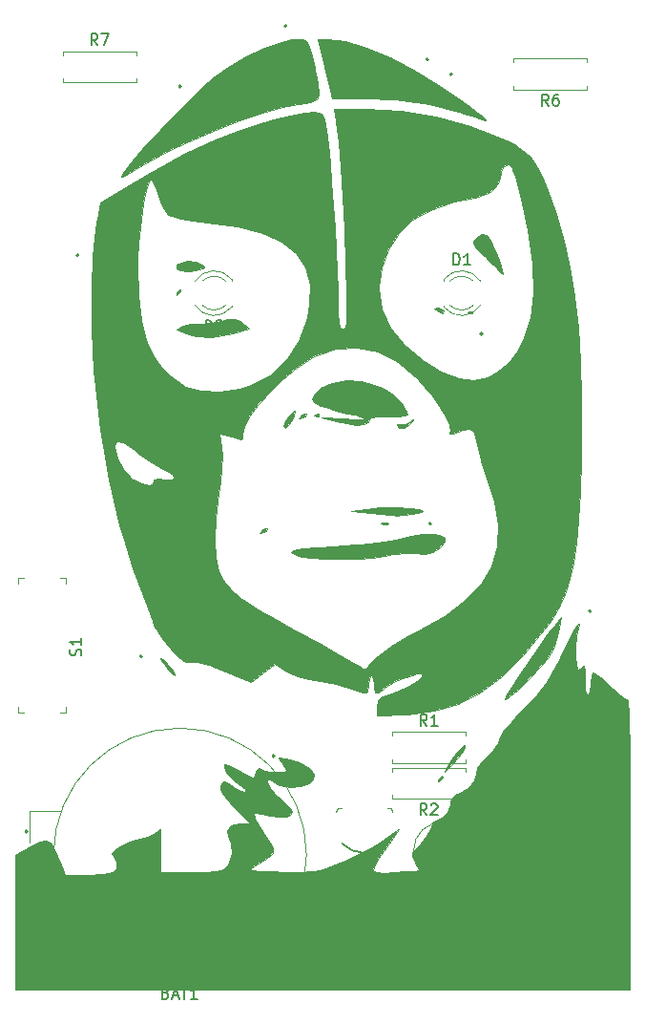
<source format=gto>
G04 #@! TF.GenerationSoftware,KiCad,Pcbnew,(5.0.0)*
G04 #@! TF.CreationDate,2018-09-20T09:30:45-05:00*
G04 #@! TF.ProjectId,El_Santo,456C5F53616E746F2E6B696361645F70,V1.0*
G04 #@! TF.SameCoordinates,Original*
G04 #@! TF.FileFunction,Legend,Top*
G04 #@! TF.FilePolarity,Positive*
%FSLAX46Y46*%
G04 Gerber Fmt 4.6, Leading zero omitted, Abs format (unit mm)*
G04 Created by KiCad (PCBNEW (5.0.0)) date 09/20/18 09:30:45*
%MOMM*%
%LPD*%
G01*
G04 APERTURE LIST*
%ADD10C,0.100000*%
%ADD11C,0.120000*%
%ADD12C,0.150000*%
%ADD13C,0.010000*%
G04 APERTURE END LIST*
D10*
G04 #@! TO.C,BAT1*
X128447800Y-111023400D02*
X128447800Y-113868200D01*
X128447800Y-118846600D02*
X128447800Y-116001800D01*
X131191000Y-111023400D02*
X128447800Y-111023400D01*
X131191000Y-118846600D02*
X128447800Y-118846600D01*
X152984200Y-114935000D02*
G75*
G03X152984200Y-114935000I-11226800J0D01*
G01*
D11*
G04 #@! TO.C,C1*
X167720000Y-114665000D02*
G75*
G03X167720000Y-114665000I-2620000J0D01*
G01*
X164060000Y-114665000D02*
X162520000Y-114665000D01*
X167680000Y-114665000D02*
X166140000Y-114665000D01*
X164060000Y-114705000D02*
X162520000Y-114705000D01*
X167680000Y-114705000D02*
X166140000Y-114705000D01*
X167679000Y-114745000D02*
X166140000Y-114745000D01*
X164060000Y-114745000D02*
X162521000Y-114745000D01*
X167678000Y-114785000D02*
X166140000Y-114785000D01*
X164060000Y-114785000D02*
X162522000Y-114785000D01*
X167676000Y-114825000D02*
X166140000Y-114825000D01*
X164060000Y-114825000D02*
X162524000Y-114825000D01*
X167673000Y-114865000D02*
X166140000Y-114865000D01*
X164060000Y-114865000D02*
X162527000Y-114865000D01*
X167669000Y-114905000D02*
X166140000Y-114905000D01*
X164060000Y-114905000D02*
X162531000Y-114905000D01*
X167665000Y-114945000D02*
X166140000Y-114945000D01*
X164060000Y-114945000D02*
X162535000Y-114945000D01*
X167661000Y-114985000D02*
X166140000Y-114985000D01*
X164060000Y-114985000D02*
X162539000Y-114985000D01*
X167656000Y-115025000D02*
X166140000Y-115025000D01*
X164060000Y-115025000D02*
X162544000Y-115025000D01*
X167650000Y-115065000D02*
X166140000Y-115065000D01*
X164060000Y-115065000D02*
X162550000Y-115065000D01*
X167643000Y-115105000D02*
X166140000Y-115105000D01*
X164060000Y-115105000D02*
X162557000Y-115105000D01*
X167636000Y-115145000D02*
X166140000Y-115145000D01*
X164060000Y-115145000D02*
X162564000Y-115145000D01*
X167628000Y-115185000D02*
X166140000Y-115185000D01*
X164060000Y-115185000D02*
X162572000Y-115185000D01*
X167620000Y-115225000D02*
X166140000Y-115225000D01*
X164060000Y-115225000D02*
X162580000Y-115225000D01*
X167611000Y-115265000D02*
X166140000Y-115265000D01*
X164060000Y-115265000D02*
X162589000Y-115265000D01*
X167601000Y-115305000D02*
X166140000Y-115305000D01*
X164060000Y-115305000D02*
X162599000Y-115305000D01*
X167591000Y-115345000D02*
X166140000Y-115345000D01*
X164060000Y-115345000D02*
X162609000Y-115345000D01*
X167580000Y-115386000D02*
X166140000Y-115386000D01*
X164060000Y-115386000D02*
X162620000Y-115386000D01*
X167568000Y-115426000D02*
X166140000Y-115426000D01*
X164060000Y-115426000D02*
X162632000Y-115426000D01*
X167555000Y-115466000D02*
X166140000Y-115466000D01*
X164060000Y-115466000D02*
X162645000Y-115466000D01*
X167542000Y-115506000D02*
X166140000Y-115506000D01*
X164060000Y-115506000D02*
X162658000Y-115506000D01*
X167528000Y-115546000D02*
X166140000Y-115546000D01*
X164060000Y-115546000D02*
X162672000Y-115546000D01*
X167514000Y-115586000D02*
X166140000Y-115586000D01*
X164060000Y-115586000D02*
X162686000Y-115586000D01*
X167498000Y-115626000D02*
X166140000Y-115626000D01*
X164060000Y-115626000D02*
X162702000Y-115626000D01*
X167482000Y-115666000D02*
X166140000Y-115666000D01*
X164060000Y-115666000D02*
X162718000Y-115666000D01*
X167465000Y-115706000D02*
X166140000Y-115706000D01*
X164060000Y-115706000D02*
X162735000Y-115706000D01*
X167448000Y-115746000D02*
X166140000Y-115746000D01*
X164060000Y-115746000D02*
X162752000Y-115746000D01*
X167429000Y-115786000D02*
X166140000Y-115786000D01*
X164060000Y-115786000D02*
X162771000Y-115786000D01*
X167410000Y-115826000D02*
X166140000Y-115826000D01*
X164060000Y-115826000D02*
X162790000Y-115826000D01*
X167390000Y-115866000D02*
X166140000Y-115866000D01*
X164060000Y-115866000D02*
X162810000Y-115866000D01*
X167368000Y-115906000D02*
X166140000Y-115906000D01*
X164060000Y-115906000D02*
X162832000Y-115906000D01*
X167347000Y-115946000D02*
X166140000Y-115946000D01*
X164060000Y-115946000D02*
X162853000Y-115946000D01*
X167324000Y-115986000D02*
X166140000Y-115986000D01*
X164060000Y-115986000D02*
X162876000Y-115986000D01*
X167300000Y-116026000D02*
X166140000Y-116026000D01*
X164060000Y-116026000D02*
X162900000Y-116026000D01*
X167275000Y-116066000D02*
X166140000Y-116066000D01*
X164060000Y-116066000D02*
X162925000Y-116066000D01*
X167249000Y-116106000D02*
X166140000Y-116106000D01*
X164060000Y-116106000D02*
X162951000Y-116106000D01*
X167222000Y-116146000D02*
X166140000Y-116146000D01*
X164060000Y-116146000D02*
X162978000Y-116146000D01*
X167195000Y-116186000D02*
X166140000Y-116186000D01*
X164060000Y-116186000D02*
X163005000Y-116186000D01*
X167165000Y-116226000D02*
X166140000Y-116226000D01*
X164060000Y-116226000D02*
X163035000Y-116226000D01*
X167135000Y-116266000D02*
X166140000Y-116266000D01*
X164060000Y-116266000D02*
X163065000Y-116266000D01*
X167104000Y-116306000D02*
X166140000Y-116306000D01*
X164060000Y-116306000D02*
X163096000Y-116306000D01*
X167071000Y-116346000D02*
X166140000Y-116346000D01*
X164060000Y-116346000D02*
X163129000Y-116346000D01*
X167037000Y-116386000D02*
X166140000Y-116386000D01*
X164060000Y-116386000D02*
X163163000Y-116386000D01*
X167001000Y-116426000D02*
X166140000Y-116426000D01*
X164060000Y-116426000D02*
X163199000Y-116426000D01*
X166964000Y-116466000D02*
X166140000Y-116466000D01*
X164060000Y-116466000D02*
X163236000Y-116466000D01*
X166926000Y-116506000D02*
X166140000Y-116506000D01*
X164060000Y-116506000D02*
X163274000Y-116506000D01*
X166885000Y-116546000D02*
X166140000Y-116546000D01*
X164060000Y-116546000D02*
X163315000Y-116546000D01*
X166843000Y-116586000D02*
X166140000Y-116586000D01*
X164060000Y-116586000D02*
X163357000Y-116586000D01*
X166799000Y-116626000D02*
X166140000Y-116626000D01*
X164060000Y-116626000D02*
X163401000Y-116626000D01*
X166753000Y-116666000D02*
X166140000Y-116666000D01*
X164060000Y-116666000D02*
X163447000Y-116666000D01*
X166705000Y-116706000D02*
X163495000Y-116706000D01*
X166654000Y-116746000D02*
X163546000Y-116746000D01*
X166600000Y-116786000D02*
X163600000Y-116786000D01*
X166543000Y-116826000D02*
X163657000Y-116826000D01*
X166483000Y-116866000D02*
X163717000Y-116866000D01*
X166419000Y-116906000D02*
X163781000Y-116906000D01*
X166351000Y-116946000D02*
X163849000Y-116946000D01*
X166278000Y-116986000D02*
X163922000Y-116986000D01*
X166198000Y-117026000D02*
X164002000Y-117026000D01*
X166111000Y-117066000D02*
X164089000Y-117066000D01*
X166015000Y-117106000D02*
X164185000Y-117106000D01*
X165905000Y-117146000D02*
X164295000Y-117146000D01*
X165777000Y-117186000D02*
X164423000Y-117186000D01*
X165618000Y-117226000D02*
X164582000Y-117226000D01*
X165384000Y-117266000D02*
X164816000Y-117266000D01*
X166575000Y-111860225D02*
X166575000Y-112360225D01*
X166825000Y-112110225D02*
X166325000Y-112110225D01*
G04 #@! TO.C,C2*
X178530000Y-120630000D02*
G75*
G03X178530000Y-120630000I-3270000J0D01*
G01*
X178490000Y-120630000D02*
X172030000Y-120630000D01*
X178490000Y-120670000D02*
X172030000Y-120670000D01*
X178490000Y-120710000D02*
X172030000Y-120710000D01*
X178488000Y-120750000D02*
X172032000Y-120750000D01*
X178487000Y-120790000D02*
X172033000Y-120790000D01*
X178484000Y-120830000D02*
X172036000Y-120830000D01*
X178482000Y-120870000D02*
X176300000Y-120870000D01*
X174220000Y-120870000D02*
X172038000Y-120870000D01*
X178478000Y-120910000D02*
X176300000Y-120910000D01*
X174220000Y-120910000D02*
X172042000Y-120910000D01*
X178475000Y-120950000D02*
X176300000Y-120950000D01*
X174220000Y-120950000D02*
X172045000Y-120950000D01*
X178471000Y-120990000D02*
X176300000Y-120990000D01*
X174220000Y-120990000D02*
X172049000Y-120990000D01*
X178466000Y-121030000D02*
X176300000Y-121030000D01*
X174220000Y-121030000D02*
X172054000Y-121030000D01*
X178461000Y-121070000D02*
X176300000Y-121070000D01*
X174220000Y-121070000D02*
X172059000Y-121070000D01*
X178455000Y-121110000D02*
X176300000Y-121110000D01*
X174220000Y-121110000D02*
X172065000Y-121110000D01*
X178449000Y-121150000D02*
X176300000Y-121150000D01*
X174220000Y-121150000D02*
X172071000Y-121150000D01*
X178442000Y-121190000D02*
X176300000Y-121190000D01*
X174220000Y-121190000D02*
X172078000Y-121190000D01*
X178435000Y-121230000D02*
X176300000Y-121230000D01*
X174220000Y-121230000D02*
X172085000Y-121230000D01*
X178427000Y-121270000D02*
X176300000Y-121270000D01*
X174220000Y-121270000D02*
X172093000Y-121270000D01*
X178419000Y-121310000D02*
X176300000Y-121310000D01*
X174220000Y-121310000D02*
X172101000Y-121310000D01*
X178410000Y-121351000D02*
X176300000Y-121351000D01*
X174220000Y-121351000D02*
X172110000Y-121351000D01*
X178401000Y-121391000D02*
X176300000Y-121391000D01*
X174220000Y-121391000D02*
X172119000Y-121391000D01*
X178391000Y-121431000D02*
X176300000Y-121431000D01*
X174220000Y-121431000D02*
X172129000Y-121431000D01*
X178381000Y-121471000D02*
X176300000Y-121471000D01*
X174220000Y-121471000D02*
X172139000Y-121471000D01*
X178370000Y-121511000D02*
X176300000Y-121511000D01*
X174220000Y-121511000D02*
X172150000Y-121511000D01*
X178358000Y-121551000D02*
X176300000Y-121551000D01*
X174220000Y-121551000D02*
X172162000Y-121551000D01*
X178346000Y-121591000D02*
X176300000Y-121591000D01*
X174220000Y-121591000D02*
X172174000Y-121591000D01*
X178334000Y-121631000D02*
X176300000Y-121631000D01*
X174220000Y-121631000D02*
X172186000Y-121631000D01*
X178321000Y-121671000D02*
X176300000Y-121671000D01*
X174220000Y-121671000D02*
X172199000Y-121671000D01*
X178307000Y-121711000D02*
X176300000Y-121711000D01*
X174220000Y-121711000D02*
X172213000Y-121711000D01*
X178293000Y-121751000D02*
X176300000Y-121751000D01*
X174220000Y-121751000D02*
X172227000Y-121751000D01*
X178278000Y-121791000D02*
X176300000Y-121791000D01*
X174220000Y-121791000D02*
X172242000Y-121791000D01*
X178262000Y-121831000D02*
X176300000Y-121831000D01*
X174220000Y-121831000D02*
X172258000Y-121831000D01*
X178246000Y-121871000D02*
X176300000Y-121871000D01*
X174220000Y-121871000D02*
X172274000Y-121871000D01*
X178230000Y-121911000D02*
X176300000Y-121911000D01*
X174220000Y-121911000D02*
X172290000Y-121911000D01*
X178212000Y-121951000D02*
X176300000Y-121951000D01*
X174220000Y-121951000D02*
X172308000Y-121951000D01*
X178194000Y-121991000D02*
X176300000Y-121991000D01*
X174220000Y-121991000D02*
X172326000Y-121991000D01*
X178176000Y-122031000D02*
X176300000Y-122031000D01*
X174220000Y-122031000D02*
X172344000Y-122031000D01*
X178156000Y-122071000D02*
X176300000Y-122071000D01*
X174220000Y-122071000D02*
X172364000Y-122071000D01*
X178136000Y-122111000D02*
X176300000Y-122111000D01*
X174220000Y-122111000D02*
X172384000Y-122111000D01*
X178116000Y-122151000D02*
X176300000Y-122151000D01*
X174220000Y-122151000D02*
X172404000Y-122151000D01*
X178094000Y-122191000D02*
X176300000Y-122191000D01*
X174220000Y-122191000D02*
X172426000Y-122191000D01*
X178072000Y-122231000D02*
X176300000Y-122231000D01*
X174220000Y-122231000D02*
X172448000Y-122231000D01*
X178050000Y-122271000D02*
X176300000Y-122271000D01*
X174220000Y-122271000D02*
X172470000Y-122271000D01*
X178026000Y-122311000D02*
X176300000Y-122311000D01*
X174220000Y-122311000D02*
X172494000Y-122311000D01*
X178002000Y-122351000D02*
X176300000Y-122351000D01*
X174220000Y-122351000D02*
X172518000Y-122351000D01*
X177976000Y-122391000D02*
X176300000Y-122391000D01*
X174220000Y-122391000D02*
X172544000Y-122391000D01*
X177950000Y-122431000D02*
X176300000Y-122431000D01*
X174220000Y-122431000D02*
X172570000Y-122431000D01*
X177924000Y-122471000D02*
X176300000Y-122471000D01*
X174220000Y-122471000D02*
X172596000Y-122471000D01*
X177896000Y-122511000D02*
X176300000Y-122511000D01*
X174220000Y-122511000D02*
X172624000Y-122511000D01*
X177867000Y-122551000D02*
X176300000Y-122551000D01*
X174220000Y-122551000D02*
X172653000Y-122551000D01*
X177838000Y-122591000D02*
X176300000Y-122591000D01*
X174220000Y-122591000D02*
X172682000Y-122591000D01*
X177808000Y-122631000D02*
X176300000Y-122631000D01*
X174220000Y-122631000D02*
X172712000Y-122631000D01*
X177776000Y-122671000D02*
X176300000Y-122671000D01*
X174220000Y-122671000D02*
X172744000Y-122671000D01*
X177744000Y-122711000D02*
X176300000Y-122711000D01*
X174220000Y-122711000D02*
X172776000Y-122711000D01*
X177710000Y-122751000D02*
X176300000Y-122751000D01*
X174220000Y-122751000D02*
X172810000Y-122751000D01*
X177676000Y-122791000D02*
X176300000Y-122791000D01*
X174220000Y-122791000D02*
X172844000Y-122791000D01*
X177640000Y-122831000D02*
X176300000Y-122831000D01*
X174220000Y-122831000D02*
X172880000Y-122831000D01*
X177603000Y-122871000D02*
X176300000Y-122871000D01*
X174220000Y-122871000D02*
X172917000Y-122871000D01*
X177565000Y-122911000D02*
X176300000Y-122911000D01*
X174220000Y-122911000D02*
X172955000Y-122911000D01*
X177525000Y-122951000D02*
X172995000Y-122951000D01*
X177484000Y-122991000D02*
X173036000Y-122991000D01*
X177442000Y-123031000D02*
X173078000Y-123031000D01*
X177397000Y-123071000D02*
X173123000Y-123071000D01*
X177352000Y-123111000D02*
X173168000Y-123111000D01*
X177304000Y-123151000D02*
X173216000Y-123151000D01*
X177255000Y-123191000D02*
X173265000Y-123191000D01*
X177204000Y-123231000D02*
X173316000Y-123231000D01*
X177150000Y-123271000D02*
X173370000Y-123271000D01*
X177094000Y-123311000D02*
X173426000Y-123311000D01*
X177036000Y-123351000D02*
X173484000Y-123351000D01*
X176974000Y-123391000D02*
X173546000Y-123391000D01*
X176910000Y-123431000D02*
X173610000Y-123431000D01*
X176841000Y-123471000D02*
X173679000Y-123471000D01*
X176769000Y-123511000D02*
X173751000Y-123511000D01*
X176692000Y-123551000D02*
X173828000Y-123551000D01*
X176610000Y-123591000D02*
X173910000Y-123591000D01*
X176522000Y-123631000D02*
X173998000Y-123631000D01*
X176425000Y-123671000D02*
X174095000Y-123671000D01*
X176319000Y-123711000D02*
X174201000Y-123711000D01*
X176200000Y-123751000D02*
X174320000Y-123751000D01*
X176062000Y-123791000D02*
X174458000Y-123791000D01*
X175893000Y-123831000D02*
X174627000Y-123831000D01*
X175662000Y-123871000D02*
X174858000Y-123871000D01*
X177099000Y-117129759D02*
X177099000Y-117759759D01*
X177414000Y-117444759D02*
X176784000Y-117444759D01*
G04 #@! TO.C,D1*
X168423335Y-64072392D02*
G75*
G03X165191000Y-63915484I-1672335J-1078608D01*
G01*
X168423335Y-66229608D02*
G75*
G02X165191000Y-66386516I-1672335J1078608D01*
G01*
X167792130Y-64071163D02*
G75*
G03X165710039Y-64071000I-1041130J-1079837D01*
G01*
X167792130Y-66230837D02*
G75*
G02X165710039Y-66231000I-1041130J1079837D01*
G01*
X165191000Y-63915000D02*
X165191000Y-64071000D01*
X165191000Y-66231000D02*
X165191000Y-66387000D01*
G04 #@! TO.C,D2*
X146340000Y-64071000D02*
X146340000Y-63915000D01*
X146340000Y-66387000D02*
X146340000Y-66231000D01*
X143738870Y-64071163D02*
G75*
G02X145820961Y-64071000I1041130J-1079837D01*
G01*
X143738870Y-66230837D02*
G75*
G03X145820961Y-66231000I1041130J1079837D01*
G01*
X143107665Y-64072392D02*
G75*
G02X146340000Y-63915484I1672335J-1078608D01*
G01*
X143107665Y-66229608D02*
G75*
G03X146340000Y-66386516I1672335J1078608D01*
G01*
D12*
G04 #@! TO.C,Q1*
X156165000Y-113945000D02*
G75*
G03X160015000Y-113995000I1950000J1900000D01*
G01*
D10*
X155765000Y-110795000D02*
X155615000Y-111095000D01*
X155765000Y-110795000D02*
X156065000Y-110795000D01*
X160165000Y-110795000D02*
X160465000Y-110795000D01*
X160465000Y-110795000D02*
X160615000Y-111095000D01*
D11*
G04 #@! TO.C,R1*
X167100000Y-106780000D02*
X167100000Y-106450000D01*
X160560000Y-106780000D02*
X167100000Y-106780000D01*
X160560000Y-106450000D02*
X160560000Y-106780000D01*
X167100000Y-104040000D02*
X167100000Y-104370000D01*
X160560000Y-104040000D02*
X167100000Y-104040000D01*
X160560000Y-104370000D02*
X160560000Y-104040000D01*
G04 #@! TO.C,R2*
X167100000Y-109625000D02*
X167100000Y-109955000D01*
X167100000Y-109955000D02*
X160560000Y-109955000D01*
X160560000Y-109955000D02*
X160560000Y-109625000D01*
X167100000Y-107545000D02*
X167100000Y-107215000D01*
X167100000Y-107215000D02*
X160560000Y-107215000D01*
X160560000Y-107215000D02*
X160560000Y-107545000D01*
G04 #@! TO.C,R3*
X160560000Y-118975000D02*
X160560000Y-118645000D01*
X160560000Y-118645000D02*
X167100000Y-118645000D01*
X167100000Y-118645000D02*
X167100000Y-118975000D01*
X160560000Y-121055000D02*
X160560000Y-121385000D01*
X160560000Y-121385000D02*
X167100000Y-121385000D01*
X167100000Y-121385000D02*
X167100000Y-121055000D01*
G04 #@! TO.C,R4*
X167100000Y-124560000D02*
X167100000Y-124230000D01*
X160560000Y-124560000D02*
X167100000Y-124560000D01*
X160560000Y-124230000D02*
X160560000Y-124560000D01*
X167100000Y-121820000D02*
X167100000Y-122150000D01*
X160560000Y-121820000D02*
X167100000Y-121820000D01*
X160560000Y-122150000D02*
X160560000Y-121820000D01*
G04 #@! TO.C,R5*
X157885000Y-116745000D02*
X158215000Y-116745000D01*
X158215000Y-116745000D02*
X158215000Y-123285000D01*
X158215000Y-123285000D02*
X157885000Y-123285000D01*
X155805000Y-116745000D02*
X155475000Y-116745000D01*
X155475000Y-116745000D02*
X155475000Y-123285000D01*
X155475000Y-123285000D02*
X155805000Y-123285000D01*
G04 #@! TO.C,R6*
X171355000Y-44350000D02*
X171355000Y-44680000D01*
X177895000Y-44350000D02*
X171355000Y-44350000D01*
X177895000Y-44680000D02*
X177895000Y-44350000D01*
X171355000Y-47090000D02*
X171355000Y-46760000D01*
X177895000Y-47090000D02*
X171355000Y-47090000D01*
X177895000Y-46760000D02*
X177895000Y-47090000D01*
G04 #@! TO.C,R7*
X131350000Y-44045000D02*
X131350000Y-43715000D01*
X131350000Y-43715000D02*
X137890000Y-43715000D01*
X137890000Y-43715000D02*
X137890000Y-44045000D01*
X131350000Y-46125000D02*
X131350000Y-46455000D01*
X131350000Y-46455000D02*
X137890000Y-46455000D01*
X137890000Y-46455000D02*
X137890000Y-46125000D01*
D10*
G04 #@! TO.C,S1*
X127440000Y-102320000D02*
X127440000Y-101820000D01*
X127440000Y-102320000D02*
X127940000Y-102320000D01*
X127440000Y-90420000D02*
X127440000Y-90920000D01*
X127440000Y-90420000D02*
X127940000Y-90420000D01*
X131640000Y-90420000D02*
X131640000Y-90920000D01*
X131640000Y-90420000D02*
X131140000Y-90420000D01*
X131640000Y-102320000D02*
X131140000Y-102320000D01*
X131640000Y-102320000D02*
X131640000Y-101820000D01*
D11*
G04 #@! TO.C,U1*
X176260000Y-104715000D02*
G75*
G02X174260000Y-104715000I-1000000J0D01*
G01*
X174260000Y-104715000D02*
X172610000Y-104715000D01*
X172610000Y-104715000D02*
X172610000Y-114995000D01*
X172610000Y-114995000D02*
X177910000Y-114995000D01*
X177910000Y-114995000D02*
X177910000Y-104715000D01*
X177910000Y-104715000D02*
X176260000Y-104715000D01*
X170120000Y-104655000D02*
X170120000Y-115055000D01*
X170120000Y-115055000D02*
X180400000Y-115055000D01*
X180400000Y-115055000D02*
X180400000Y-104655000D01*
X180400000Y-104655000D02*
X170120000Y-104655000D01*
D13*
G04 #@! TO.C,G\002A\002A\002A*
G36*
X168996277Y-60021260D02*
X169389615Y-60596253D01*
X169600401Y-61059482D01*
X169871252Y-61750373D01*
X170129836Y-62484210D01*
X170324334Y-63102445D01*
X170402923Y-63446528D01*
X170388600Y-63470974D01*
X170189841Y-63283345D01*
X169709398Y-62814646D01*
X169045158Y-62160461D01*
X168940323Y-62056798D01*
X168229450Y-61342449D01*
X167850693Y-60895932D01*
X167754617Y-60610431D01*
X167891786Y-60379127D01*
X168083854Y-60206177D01*
X168587081Y-59905896D01*
X168996277Y-60021260D01*
X168996277Y-60021260D01*
G37*
X168996277Y-60021260D02*
X169389615Y-60596253D01*
X169600401Y-61059482D01*
X169871252Y-61750373D01*
X170129836Y-62484210D01*
X170324334Y-63102445D01*
X170402923Y-63446528D01*
X170388600Y-63470974D01*
X170189841Y-63283345D01*
X169709398Y-62814646D01*
X169045158Y-62160461D01*
X168940323Y-62056798D01*
X168229450Y-61342449D01*
X167850693Y-60895932D01*
X167754617Y-60610431D01*
X167891786Y-60379127D01*
X168083854Y-60206177D01*
X168587081Y-59905896D01*
X168996277Y-60021260D01*
G36*
X167711299Y-66797544D02*
X167674597Y-66956494D01*
X167533053Y-66975789D01*
X167312979Y-66877963D01*
X167354807Y-66797544D01*
X167672111Y-66765545D01*
X167711299Y-66797544D01*
X167711299Y-66797544D01*
G37*
X167711299Y-66797544D02*
X167674597Y-66956494D01*
X167533053Y-66975789D01*
X167312979Y-66877963D01*
X167354807Y-66797544D01*
X167672111Y-66765545D01*
X167711299Y-66797544D01*
G36*
X165055476Y-66567650D02*
X165126737Y-66708421D01*
X165085670Y-66941881D01*
X164854222Y-66872450D01*
X164592000Y-66708421D01*
X164346206Y-66501221D01*
X164598903Y-66446011D01*
X164658843Y-66445147D01*
X165055476Y-66567650D01*
X165055476Y-66567650D01*
G37*
X165055476Y-66567650D02*
X165126737Y-66708421D01*
X165085670Y-66941881D01*
X164854222Y-66872450D01*
X164592000Y-66708421D01*
X164346206Y-66501221D01*
X164598903Y-66446011D01*
X164658843Y-66445147D01*
X165055476Y-66567650D01*
G36*
X168602527Y-68713684D02*
X168468843Y-68847368D01*
X168335158Y-68713684D01*
X168468843Y-68580000D01*
X168602527Y-68713684D01*
X168602527Y-68713684D01*
G37*
X168602527Y-68713684D02*
X168468843Y-68847368D01*
X168335158Y-68713684D01*
X168468843Y-68580000D01*
X168602527Y-68713684D01*
G36*
X143174134Y-62378174D02*
X143334730Y-62429963D01*
X143832644Y-62667783D01*
X143867842Y-62865875D01*
X143728204Y-62976520D01*
X143168591Y-63164165D01*
X142447304Y-63220643D01*
X141797872Y-63146999D01*
X141465335Y-62966400D01*
X141492814Y-62648723D01*
X141893560Y-62414149D01*
X142507393Y-62308645D01*
X143174134Y-62378174D01*
X143174134Y-62378174D01*
G37*
X143174134Y-62378174D02*
X143334730Y-62429963D01*
X143832644Y-62667783D01*
X143867842Y-62865875D01*
X143728204Y-62976520D01*
X143168591Y-63164165D01*
X142447304Y-63220643D01*
X141797872Y-63146999D01*
X141465335Y-62966400D01*
X141492814Y-62648723D01*
X141893560Y-62414149D01*
X142507393Y-62308645D01*
X143174134Y-62378174D01*
G36*
X141781801Y-65009548D02*
X141732000Y-65104210D01*
X141480082Y-65359548D01*
X141433073Y-65371579D01*
X141414831Y-65198873D01*
X141464632Y-65104210D01*
X141716550Y-64848873D01*
X141763559Y-64836842D01*
X141781801Y-65009548D01*
X141781801Y-65009548D01*
G37*
X141781801Y-65009548D02*
X141732000Y-65104210D01*
X141480082Y-65359548D01*
X141433073Y-65371579D01*
X141414831Y-65198873D01*
X141464632Y-65104210D01*
X141716550Y-64848873D01*
X141763559Y-64836842D01*
X141781801Y-65009548D01*
G36*
X146940365Y-67538281D02*
X147273684Y-67773227D01*
X147869574Y-68255750D01*
X146423312Y-68685243D01*
X144623059Y-69054743D01*
X143105913Y-69001706D01*
X142266737Y-68747790D01*
X141464632Y-68404962D01*
X142087103Y-68070840D01*
X142697594Y-67869303D01*
X143098305Y-67885888D01*
X143553538Y-67907680D01*
X144337173Y-67811890D01*
X145082414Y-67662881D01*
X145989007Y-67469483D01*
X146551146Y-67425071D01*
X146940365Y-67538281D01*
X146940365Y-67538281D01*
G37*
X146940365Y-67538281D02*
X147273684Y-67773227D01*
X147869574Y-68255750D01*
X146423312Y-68685243D01*
X144623059Y-69054743D01*
X143105913Y-69001706D01*
X142266737Y-68747790D01*
X141464632Y-68404962D01*
X142087103Y-68070840D01*
X142697594Y-67869303D01*
X143098305Y-67885888D01*
X143553538Y-67907680D01*
X144337173Y-67811890D01*
X145082414Y-67662881D01*
X145989007Y-67469483D01*
X146551146Y-67425071D01*
X146940365Y-67538281D01*
G36*
X154075509Y-75888070D02*
X154038808Y-76047020D01*
X153897264Y-76066316D01*
X153677189Y-75968490D01*
X153719018Y-75888070D01*
X154036322Y-75856071D01*
X154075509Y-75888070D01*
X154075509Y-75888070D01*
G37*
X154075509Y-75888070D02*
X154038808Y-76047020D01*
X153897264Y-76066316D01*
X153677189Y-75968490D01*
X153719018Y-75888070D01*
X154036322Y-75856071D01*
X154075509Y-75888070D01*
G36*
X152968549Y-75850584D02*
X152888313Y-76049472D01*
X152638795Y-76182810D01*
X152326433Y-76264213D01*
X152454578Y-76068352D01*
X152489123Y-76033139D01*
X152839674Y-75821949D01*
X152968549Y-75850584D01*
X152968549Y-75850584D01*
G37*
X152968549Y-75850584D02*
X152888313Y-76049472D01*
X152638795Y-76182810D01*
X152326433Y-76264213D01*
X152454578Y-76068352D01*
X152489123Y-76033139D01*
X152839674Y-75821949D01*
X152968549Y-75850584D01*
G36*
X157898053Y-72976697D02*
X159255820Y-73342087D01*
X159734283Y-73553924D01*
X160692012Y-74165362D01*
X161441295Y-74895622D01*
X161864981Y-75617823D01*
X161918316Y-75919354D01*
X161674283Y-75993907D01*
X161035338Y-76046793D01*
X160164642Y-76066316D01*
X159302594Y-76099030D01*
X158725776Y-76184815D01*
X158558567Y-76305128D01*
X158558896Y-76305668D01*
X158487661Y-76572847D01*
X158054272Y-76779132D01*
X157430932Y-76843454D01*
X157418028Y-76842754D01*
X156908433Y-76764435D01*
X156109861Y-76593738D01*
X155635158Y-76478646D01*
X154298316Y-76140203D01*
X156236737Y-76275722D01*
X157175912Y-76322033D01*
X157864526Y-76319110D01*
X158170396Y-76268178D01*
X158175158Y-76257734D01*
X157936422Y-76126887D01*
X157317309Y-75944276D01*
X156637790Y-75789065D01*
X155611081Y-75546145D01*
X154653847Y-75266820D01*
X154217819Y-75109626D01*
X153646651Y-74821449D01*
X153496314Y-74537683D01*
X153606995Y-74237525D01*
X154263298Y-73541345D01*
X155279062Y-73090019D01*
X156531557Y-72897238D01*
X157898053Y-72976697D01*
X157898053Y-72976697D01*
G37*
X157898053Y-72976697D02*
X159255820Y-73342087D01*
X159734283Y-73553924D01*
X160692012Y-74165362D01*
X161441295Y-74895622D01*
X161864981Y-75617823D01*
X161918316Y-75919354D01*
X161674283Y-75993907D01*
X161035338Y-76046793D01*
X160164642Y-76066316D01*
X159302594Y-76099030D01*
X158725776Y-76184815D01*
X158558567Y-76305128D01*
X158558896Y-76305668D01*
X158487661Y-76572847D01*
X158054272Y-76779132D01*
X157430932Y-76843454D01*
X157418028Y-76842754D01*
X156908433Y-76764435D01*
X156109861Y-76593738D01*
X155635158Y-76478646D01*
X154298316Y-76140203D01*
X156236737Y-76275722D01*
X157175912Y-76322033D01*
X157864526Y-76319110D01*
X158170396Y-76268178D01*
X158175158Y-76257734D01*
X157936422Y-76126887D01*
X157317309Y-75944276D01*
X156637790Y-75789065D01*
X155611081Y-75546145D01*
X154653847Y-75266820D01*
X154217819Y-75109626D01*
X153646651Y-74821449D01*
X153496314Y-74537683D01*
X153606995Y-74237525D01*
X154263298Y-73541345D01*
X155279062Y-73090019D01*
X156531557Y-72897238D01*
X157898053Y-72976697D01*
G36*
X162368272Y-76475320D02*
X162219789Y-76667895D01*
X161702558Y-77073077D01*
X161202829Y-77073793D01*
X160984420Y-76871483D01*
X161027611Y-76719912D01*
X161239414Y-76767711D01*
X161769689Y-76746995D01*
X162122247Y-76564122D01*
X162436045Y-76335421D01*
X162368272Y-76475320D01*
X162368272Y-76475320D01*
G37*
X162368272Y-76475320D02*
X162219789Y-76667895D01*
X161702558Y-77073077D01*
X161202829Y-77073793D01*
X160984420Y-76871483D01*
X161027611Y-76719912D01*
X161239414Y-76767711D01*
X161769689Y-76746995D01*
X162122247Y-76564122D01*
X162436045Y-76335421D01*
X162368272Y-76475320D01*
G36*
X151851570Y-75981477D02*
X151849253Y-75990715D01*
X151644038Y-76467994D01*
X151346154Y-76869785D01*
X151076572Y-77068748D01*
X150956264Y-76937542D01*
X150956211Y-76930779D01*
X151112741Y-76548256D01*
X151477093Y-76029094D01*
X151835106Y-75610950D01*
X151933380Y-75597816D01*
X151851570Y-75981477D01*
X151851570Y-75981477D01*
G37*
X151851570Y-75981477D02*
X151849253Y-75990715D01*
X151644038Y-76467994D01*
X151346154Y-76869785D01*
X151076572Y-77068748D01*
X150956264Y-76937542D01*
X150956211Y-76930779D01*
X151112741Y-76548256D01*
X151477093Y-76029094D01*
X151835106Y-75610950D01*
X151933380Y-75597816D01*
X151851570Y-75981477D01*
G36*
X162209839Y-84192902D02*
X162987790Y-84331325D01*
X163307611Y-84452688D01*
X163223893Y-84550673D01*
X162682498Y-84657007D01*
X162348894Y-84705726D01*
X161526255Y-84804575D01*
X160911739Y-84848320D01*
X160744683Y-84843326D01*
X160338886Y-84797051D01*
X159573577Y-84721923D01*
X158709895Y-84642800D01*
X156972000Y-84488421D01*
X158279317Y-84287895D01*
X159598536Y-84153112D01*
X160977188Y-84122079D01*
X162209839Y-84192902D01*
X162209839Y-84192902D01*
G37*
X162209839Y-84192902D02*
X162987790Y-84331325D01*
X163307611Y-84452688D01*
X163223893Y-84550673D01*
X162682498Y-84657007D01*
X162348894Y-84705726D01*
X161526255Y-84804575D01*
X160911739Y-84848320D01*
X160744683Y-84843326D01*
X160338886Y-84797051D01*
X159573577Y-84721923D01*
X158709895Y-84642800D01*
X156972000Y-84488421D01*
X158279317Y-84287895D01*
X159598536Y-84153112D01*
X160977188Y-84122079D01*
X162209839Y-84192902D01*
G36*
X164057264Y-85557895D02*
X163923579Y-85691579D01*
X163789895Y-85557895D01*
X163923579Y-85424210D01*
X164057264Y-85557895D01*
X164057264Y-85557895D01*
G37*
X164057264Y-85557895D02*
X163923579Y-85691579D01*
X163789895Y-85557895D01*
X163923579Y-85424210D01*
X164057264Y-85557895D01*
G36*
X160241693Y-85530044D02*
X160161954Y-85651566D01*
X159890772Y-85670471D01*
X159605481Y-85605174D01*
X159729237Y-85508936D01*
X160147102Y-85477062D01*
X160241693Y-85530044D01*
X160241693Y-85530044D01*
G37*
X160241693Y-85530044D02*
X160161954Y-85651566D01*
X159890772Y-85670471D01*
X159605481Y-85605174D01*
X159729237Y-85508936D01*
X160147102Y-85477062D01*
X160241693Y-85530044D01*
G36*
X149492760Y-86010584D02*
X149412523Y-86209472D01*
X149163005Y-86342810D01*
X148850643Y-86424213D01*
X148978788Y-86228352D01*
X149013334Y-86193139D01*
X149363885Y-85981949D01*
X149492760Y-86010584D01*
X149492760Y-86010584D01*
G37*
X149492760Y-86010584D02*
X149412523Y-86209472D01*
X149163005Y-86342810D01*
X148850643Y-86424213D01*
X148978788Y-86228352D01*
X149013334Y-86193139D01*
X149363885Y-85981949D01*
X149492760Y-86010584D01*
G36*
X165004900Y-86626281D02*
X165287771Y-86805305D01*
X165228217Y-87171006D01*
X164791557Y-87665642D01*
X164701971Y-87739963D01*
X164113451Y-88126170D01*
X163508727Y-88258630D01*
X162657251Y-88196489D01*
X161723933Y-88153681D01*
X160884050Y-88243985D01*
X160651988Y-88310309D01*
X159938719Y-88471487D01*
X158837554Y-88595403D01*
X157494281Y-88678376D01*
X156054685Y-88716725D01*
X154664552Y-88706765D01*
X153469670Y-88644817D01*
X152615825Y-88527196D01*
X152563946Y-88514590D01*
X151879472Y-88297815D01*
X151653955Y-88109845D01*
X151902001Y-87946573D01*
X152638215Y-87803892D01*
X153877204Y-87677693D01*
X155633574Y-87563869D01*
X156015666Y-87543876D01*
X157734960Y-87428938D01*
X159265794Y-87273760D01*
X160488654Y-87092658D01*
X161225546Y-86919848D01*
X162257556Y-86664966D01*
X163329754Y-86528305D01*
X164294687Y-86514025D01*
X165004900Y-86626281D01*
X165004900Y-86626281D01*
G37*
X165004900Y-86626281D02*
X165287771Y-86805305D01*
X165228217Y-87171006D01*
X164791557Y-87665642D01*
X164701971Y-87739963D01*
X164113451Y-88126170D01*
X163508727Y-88258630D01*
X162657251Y-88196489D01*
X161723933Y-88153681D01*
X160884050Y-88243985D01*
X160651988Y-88310309D01*
X159938719Y-88471487D01*
X158837554Y-88595403D01*
X157494281Y-88678376D01*
X156054685Y-88716725D01*
X154664552Y-88706765D01*
X153469670Y-88644817D01*
X152615825Y-88527196D01*
X152563946Y-88514590D01*
X151879472Y-88297815D01*
X151653955Y-88109845D01*
X151902001Y-87946573D01*
X152638215Y-87803892D01*
X153877204Y-87677693D01*
X155633574Y-87563869D01*
X156015666Y-87543876D01*
X157734960Y-87428938D01*
X159265794Y-87273760D01*
X160488654Y-87092658D01*
X161225546Y-86919848D01*
X162257556Y-86664966D01*
X163329754Y-86528305D01*
X164294687Y-86514025D01*
X165004900Y-86626281D01*
G36*
X151223579Y-41442105D02*
X151089895Y-41575789D01*
X150956211Y-41442105D01*
X151089895Y-41308421D01*
X151223579Y-41442105D01*
X151223579Y-41442105D01*
G37*
X151223579Y-41442105D02*
X151089895Y-41575789D01*
X150956211Y-41442105D01*
X151089895Y-41308421D01*
X151223579Y-41442105D01*
G36*
X163789895Y-44383158D02*
X163656211Y-44516842D01*
X163522527Y-44383158D01*
X163656211Y-44249474D01*
X163789895Y-44383158D01*
X163789895Y-44383158D01*
G37*
X163789895Y-44383158D02*
X163656211Y-44516842D01*
X163522527Y-44383158D01*
X163656211Y-44249474D01*
X163789895Y-44383158D01*
G36*
X165928843Y-45720000D02*
X165795158Y-45853684D01*
X165661474Y-45720000D01*
X165795158Y-45586316D01*
X165928843Y-45720000D01*
X165928843Y-45720000D01*
G37*
X165928843Y-45720000D02*
X165795158Y-45853684D01*
X165661474Y-45720000D01*
X165795158Y-45586316D01*
X165928843Y-45720000D01*
G36*
X141865685Y-46789474D02*
X141732000Y-46923158D01*
X141598316Y-46789474D01*
X141732000Y-46655789D01*
X141865685Y-46789474D01*
X141865685Y-46789474D01*
G37*
X141865685Y-46789474D02*
X141732000Y-46923158D01*
X141598316Y-46789474D01*
X141732000Y-46655789D01*
X141865685Y-46789474D01*
G36*
X156424801Y-42833640D02*
X158304514Y-43376880D01*
X160393592Y-44242148D01*
X162612576Y-45396610D01*
X164843425Y-46781474D01*
X166067088Y-47618914D01*
X167150852Y-48389180D01*
X168028145Y-49041900D01*
X168632395Y-49526704D01*
X168897029Y-49793219D01*
X168869895Y-49828089D01*
X168568535Y-49744264D01*
X167893452Y-49537976D01*
X166979912Y-49250701D01*
X166802729Y-49194274D01*
X163881307Y-48431989D01*
X160872988Y-48004167D01*
X158137555Y-47881021D01*
X155292584Y-47858947D01*
X154011334Y-42645263D01*
X154833914Y-42645263D01*
X156424801Y-42833640D01*
X156424801Y-42833640D01*
G37*
X156424801Y-42833640D02*
X158304514Y-43376880D01*
X160393592Y-44242148D01*
X162612576Y-45396610D01*
X164843425Y-46781474D01*
X166067088Y-47618914D01*
X167150852Y-48389180D01*
X168028145Y-49041900D01*
X168632395Y-49526704D01*
X168897029Y-49793219D01*
X168869895Y-49828089D01*
X168568535Y-49744264D01*
X167893452Y-49537976D01*
X166979912Y-49250701D01*
X166802729Y-49194274D01*
X163881307Y-48431989D01*
X160872988Y-48004167D01*
X158137555Y-47881021D01*
X155292584Y-47858947D01*
X154011334Y-42645263D01*
X154833914Y-42645263D01*
X156424801Y-42833640D01*
G36*
X152859483Y-42702813D02*
X153114303Y-43047639D01*
X153401968Y-43864167D01*
X153701940Y-45092031D01*
X153747952Y-45313985D01*
X153988477Y-46548965D01*
X154075473Y-47361263D01*
X153958618Y-47852882D01*
X153587586Y-48125823D01*
X152912054Y-48282087D01*
X152237337Y-48375839D01*
X150820115Y-48662809D01*
X149051843Y-49174501D01*
X147043544Y-49866509D01*
X144906243Y-50694428D01*
X142750966Y-51613852D01*
X140688736Y-52580377D01*
X138830580Y-53549598D01*
X137802158Y-54149312D01*
X137109071Y-54557079D01*
X136642920Y-54795543D01*
X136518316Y-54821935D01*
X136700429Y-54453092D01*
X137203541Y-53782978D01*
X137962810Y-52880553D01*
X138913394Y-51814779D01*
X139990452Y-50654615D01*
X141129142Y-49469021D01*
X142264623Y-48326957D01*
X143332053Y-47297385D01*
X144266590Y-46449264D01*
X144829330Y-45983015D01*
X146171565Y-45045246D01*
X147631401Y-44204448D01*
X149107194Y-43502142D01*
X150497301Y-42979846D01*
X151700078Y-42679082D01*
X152613883Y-42641368D01*
X152859483Y-42702813D01*
X152859483Y-42702813D01*
G37*
X152859483Y-42702813D02*
X153114303Y-43047639D01*
X153401968Y-43864167D01*
X153701940Y-45092031D01*
X153747952Y-45313985D01*
X153988477Y-46548965D01*
X154075473Y-47361263D01*
X153958618Y-47852882D01*
X153587586Y-48125823D01*
X152912054Y-48282087D01*
X152237337Y-48375839D01*
X150820115Y-48662809D01*
X149051843Y-49174501D01*
X147043544Y-49866509D01*
X144906243Y-50694428D01*
X142750966Y-51613852D01*
X140688736Y-52580377D01*
X138830580Y-53549598D01*
X137802158Y-54149312D01*
X137109071Y-54557079D01*
X136642920Y-54795543D01*
X136518316Y-54821935D01*
X136700429Y-54453092D01*
X137203541Y-53782978D01*
X137962810Y-52880553D01*
X138913394Y-51814779D01*
X139990452Y-50654615D01*
X141129142Y-49469021D01*
X142264623Y-48326957D01*
X143332053Y-47297385D01*
X144266590Y-46449264D01*
X144829330Y-45983015D01*
X146171565Y-45045246D01*
X147631401Y-44204448D01*
X149107194Y-43502142D01*
X150497301Y-42979846D01*
X151700078Y-42679082D01*
X152613883Y-42641368D01*
X152859483Y-42702813D01*
G36*
X132775158Y-61762105D02*
X132641474Y-61895789D01*
X132507790Y-61762105D01*
X132641474Y-61628421D01*
X132775158Y-61762105D01*
X132775158Y-61762105D01*
G37*
X132775158Y-61762105D02*
X132641474Y-61895789D01*
X132507790Y-61762105D01*
X132641474Y-61628421D01*
X132775158Y-61762105D01*
G36*
X178227790Y-93311579D02*
X178094106Y-93445263D01*
X177960422Y-93311579D01*
X178094106Y-93177895D01*
X178227790Y-93311579D01*
X178227790Y-93311579D01*
G37*
X178227790Y-93311579D02*
X178094106Y-93445263D01*
X177960422Y-93311579D01*
X178094106Y-93177895D01*
X178227790Y-93311579D01*
G36*
X138389895Y-97322105D02*
X138256211Y-97455789D01*
X138122527Y-97322105D01*
X138256211Y-97188421D01*
X138389895Y-97322105D01*
X138389895Y-97322105D01*
G37*
X138389895Y-97322105D02*
X138256211Y-97455789D01*
X138122527Y-97322105D01*
X138256211Y-97188421D01*
X138389895Y-97322105D01*
G36*
X140193059Y-97569543D02*
X140358432Y-97701168D01*
X140731056Y-98084916D01*
X141073532Y-98553046D01*
X141273315Y-98933663D01*
X141248109Y-99060000D01*
X141016805Y-98883170D01*
X140744633Y-98592105D01*
X140315764Y-98032671D01*
X140117134Y-97723158D01*
X140000733Y-97464893D01*
X140193059Y-97569543D01*
X140193059Y-97569543D01*
G37*
X140193059Y-97569543D02*
X140358432Y-97701168D01*
X140731056Y-98084916D01*
X141073532Y-98553046D01*
X141273315Y-98933663D01*
X141248109Y-99060000D01*
X141016805Y-98883170D01*
X140744633Y-98592105D01*
X140315764Y-98032671D01*
X140117134Y-97723158D01*
X140000733Y-97464893D01*
X140193059Y-97569543D01*
G36*
X175416729Y-94782105D02*
X175186802Y-95834565D01*
X174872488Y-96692196D01*
X174392926Y-97488354D01*
X173667252Y-98356396D01*
X172614603Y-99429678D01*
X172575101Y-99468428D01*
X171741502Y-100260121D01*
X171085138Y-100834395D01*
X170672491Y-101136674D01*
X170569084Y-101115092D01*
X170781596Y-100717045D01*
X171234884Y-99987436D01*
X171858913Y-99029841D01*
X172583652Y-97947831D01*
X173339067Y-96844981D01*
X174055124Y-95824863D01*
X174661792Y-94991052D01*
X175032031Y-94514737D01*
X175584944Y-93846316D01*
X175416729Y-94782105D01*
X175416729Y-94782105D01*
G37*
X175416729Y-94782105D02*
X175186802Y-95834565D01*
X174872488Y-96692196D01*
X174392926Y-97488354D01*
X173667252Y-98356396D01*
X172614603Y-99429678D01*
X172575101Y-99468428D01*
X171741502Y-100260121D01*
X171085138Y-100834395D01*
X170672491Y-101136674D01*
X170569084Y-101115092D01*
X170781596Y-100717045D01*
X171234884Y-99987436D01*
X171858913Y-99029841D01*
X172583652Y-97947831D01*
X173339067Y-96844981D01*
X174055124Y-95824863D01*
X174661792Y-94991052D01*
X175032031Y-94514737D01*
X175584944Y-93846316D01*
X175416729Y-94782105D01*
G36*
X161350437Y-48977676D02*
X164505958Y-49500966D01*
X167554641Y-50326311D01*
X170335616Y-51415417D01*
X171316766Y-51905466D01*
X172138248Y-52429154D01*
X172830387Y-53087000D01*
X173443201Y-53960963D01*
X174026709Y-55133001D01*
X174630927Y-56685071D01*
X175129342Y-58152631D01*
X175821014Y-60491572D01*
X176375992Y-62885846D01*
X176801823Y-65409531D01*
X177106052Y-68136707D01*
X177296222Y-71141451D01*
X177379880Y-74497841D01*
X177364571Y-78279957D01*
X177335166Y-79809474D01*
X177247702Y-82743965D01*
X177120580Y-85212804D01*
X176939087Y-87284491D01*
X176688509Y-89027527D01*
X176354133Y-90510415D01*
X175921245Y-91801656D01*
X175375131Y-92969751D01*
X174701078Y-94083202D01*
X174083179Y-94949664D01*
X172172870Y-97288145D01*
X170302794Y-99140641D01*
X168410010Y-100545856D01*
X166431577Y-101542493D01*
X164304552Y-102169257D01*
X161965995Y-102464850D01*
X161851474Y-102471158D01*
X159244632Y-102607282D01*
X159244632Y-101811752D01*
X159311996Y-101279840D01*
X159610661Y-100960917D01*
X160285485Y-100704420D01*
X160320013Y-100694029D01*
X161215806Y-100364890D01*
X162088280Y-99945912D01*
X162798315Y-99515795D01*
X163206793Y-99153242D01*
X163255158Y-99033590D01*
X163245765Y-98873648D01*
X163136304Y-98818980D01*
X162804853Y-98882283D01*
X162129493Y-99076253D01*
X161743325Y-99191020D01*
X160867202Y-99525761D01*
X160149390Y-99928511D01*
X159915464Y-100126810D01*
X159399848Y-100584181D01*
X159097324Y-100556174D01*
X158980687Y-100035113D01*
X158977264Y-99862105D01*
X158899819Y-99298921D01*
X158713222Y-99060061D01*
X158709895Y-99060000D01*
X158524690Y-99292970D01*
X158442746Y-99857015D01*
X158442527Y-99890711D01*
X158390915Y-100451422D01*
X158182518Y-100593351D01*
X157974632Y-100534002D01*
X156947883Y-100187852D01*
X155614422Y-99827179D01*
X154197528Y-99508542D01*
X153245560Y-99336042D01*
X152236163Y-99102864D01*
X151330681Y-98768949D01*
X150903109Y-98528279D01*
X150148150Y-97970114D01*
X149119470Y-98796784D01*
X148090791Y-99623453D01*
X145801434Y-98675771D01*
X144345480Y-98133441D01*
X143277226Y-97869037D01*
X142755724Y-97857762D01*
X142323817Y-97875423D01*
X141928312Y-97707335D01*
X141456187Y-97272770D01*
X140794424Y-96491000D01*
X140729369Y-96410375D01*
X140118832Y-95620033D01*
X139668861Y-94976199D01*
X139463812Y-94600873D01*
X139459369Y-94573611D01*
X139358390Y-94203748D01*
X139097199Y-93515821D01*
X138827119Y-92876953D01*
X137539492Y-89542176D01*
X136790264Y-87045519D01*
X144833166Y-87045519D01*
X144914972Y-88548642D01*
X145199242Y-89760989D01*
X145701340Y-90756088D01*
X146436633Y-91607468D01*
X147166110Y-92207487D01*
X147803662Y-92629112D01*
X148812992Y-93241263D01*
X150092872Y-93985050D01*
X151542074Y-94801579D01*
X152961474Y-95579154D01*
X154388235Y-96354942D01*
X155658209Y-97055755D01*
X156694041Y-97638069D01*
X157418375Y-98058365D01*
X157753855Y-98273119D01*
X157760737Y-98279291D01*
X157980074Y-98464231D01*
X158182908Y-98450772D01*
X158495665Y-98170112D01*
X158999255Y-97605276D01*
X159636976Y-97049157D01*
X160665426Y-96354462D01*
X161981482Y-95587683D01*
X162801087Y-95153923D01*
X165231467Y-93758557D01*
X167142044Y-92321005D01*
X168546921Y-90828917D01*
X169424914Y-89352133D01*
X169925528Y-87582525D01*
X170001027Y-85623506D01*
X169651578Y-83609826D01*
X169416931Y-82884210D01*
X168577087Y-80299617D01*
X167946535Y-77844988D01*
X167771427Y-77382928D01*
X167442109Y-77206686D01*
X166845324Y-77300639D01*
X166040948Y-77582119D01*
X165703592Y-77630646D01*
X165733495Y-77333754D01*
X165675730Y-76867980D01*
X165329559Y-76111363D01*
X164763151Y-75171556D01*
X164044678Y-74156209D01*
X163242310Y-73172975D01*
X162788984Y-72683906D01*
X161079519Y-71247428D01*
X159290831Y-70336490D01*
X157445862Y-69952727D01*
X155567557Y-70097773D01*
X153678860Y-70773263D01*
X151896097Y-71907615D01*
X150725377Y-72901145D01*
X149626204Y-73987028D01*
X148665143Y-75082100D01*
X147908758Y-76103199D01*
X147423612Y-76967160D01*
X147276270Y-77590822D01*
X147288777Y-77663852D01*
X147276891Y-78038968D01*
X147115949Y-78073906D01*
X146645209Y-77952261D01*
X146044398Y-77813331D01*
X145276796Y-77644105D01*
X145450515Y-78802549D01*
X145485473Y-79556238D01*
X145441412Y-80666645D01*
X145328185Y-81963187D01*
X145215486Y-82872826D01*
X144938459Y-85178090D01*
X144833166Y-87045519D01*
X136790264Y-87045519D01*
X136408476Y-85773287D01*
X135452872Y-81652848D01*
X134949098Y-78748587D01*
X135983579Y-78748587D01*
X136205870Y-79816392D01*
X136782205Y-80858585D01*
X137576782Y-81635095D01*
X137638543Y-81674199D01*
X138392406Y-82047773D01*
X139007196Y-82202864D01*
X139366168Y-82125890D01*
X139386810Y-81877615D01*
X139454786Y-81662647D01*
X139938686Y-81613159D01*
X140293994Y-81638329D01*
X141039976Y-81650133D01*
X141278598Y-81496167D01*
X141010249Y-81178403D01*
X140235315Y-80698810D01*
X140094337Y-80623061D01*
X139101058Y-80040149D01*
X138058344Y-79346105D01*
X137704061Y-79086152D01*
X136850622Y-78483721D01*
X136318318Y-78246902D01*
X136049061Y-78364298D01*
X135983579Y-78748587D01*
X134949098Y-78748587D01*
X134691480Y-77263420D01*
X134143102Y-72687566D01*
X134086140Y-72056870D01*
X133969617Y-70232570D01*
X133908811Y-68188487D01*
X133900955Y-66045047D01*
X133943282Y-63922676D01*
X133998770Y-62697895D01*
X138001660Y-62697895D01*
X138077499Y-65338063D01*
X138327190Y-67521788D01*
X138763111Y-69302400D01*
X139397638Y-70733229D01*
X140091077Y-71701444D01*
X140882486Y-72474206D01*
X141752462Y-73138025D01*
X142256388Y-73425124D01*
X143683851Y-73825840D01*
X145343999Y-73893813D01*
X147052150Y-73630589D01*
X147858512Y-73378260D01*
X149713607Y-72416976D01*
X151210458Y-71069331D01*
X152327495Y-69364407D01*
X153043146Y-67331290D01*
X153255795Y-66101320D01*
X153273102Y-64363838D01*
X152876848Y-62880200D01*
X152052254Y-61638651D01*
X150784543Y-60627436D01*
X149058937Y-59834802D01*
X146860657Y-59248993D01*
X144174926Y-58858255D01*
X144145975Y-58855335D01*
X142880625Y-58701359D01*
X141800136Y-58519800D01*
X141028796Y-58334455D01*
X140717176Y-58198897D01*
X140387582Y-57746494D01*
X140025598Y-56991729D01*
X139854631Y-56530989D01*
X139568510Y-55759602D01*
X139314312Y-55224578D01*
X139208685Y-55088206D01*
X139005786Y-55221810D01*
X138789374Y-55798543D01*
X138573864Y-56727524D01*
X138373671Y-57917876D01*
X138203209Y-59278720D01*
X138076893Y-60719176D01*
X138009139Y-62148366D01*
X138001660Y-62697895D01*
X133998770Y-62697895D01*
X134033026Y-61941798D01*
X134167419Y-60222839D01*
X134343695Y-58886224D01*
X134394804Y-58622048D01*
X134719948Y-57086201D01*
X137844858Y-55217738D01*
X139258608Y-54396350D01*
X140763181Y-53561785D01*
X142173681Y-52814500D01*
X143254178Y-52278763D01*
X144921922Y-51548578D01*
X146662044Y-50876820D01*
X148397793Y-50283938D01*
X150052415Y-49790384D01*
X151549156Y-49416605D01*
X152811262Y-49183053D01*
X153761980Y-49110176D01*
X154324557Y-49218425D01*
X154416689Y-49304698D01*
X154556464Y-49768072D01*
X154712413Y-50685934D01*
X154877979Y-51978520D01*
X155046605Y-53566066D01*
X155211735Y-55368807D01*
X155366811Y-57306978D01*
X155505276Y-59300815D01*
X155620575Y-61270553D01*
X155706150Y-63136427D01*
X155755444Y-64818672D01*
X155764878Y-65705789D01*
X155778324Y-66920336D01*
X155824762Y-67693927D01*
X155920031Y-68120068D01*
X156079969Y-68292264D01*
X156206448Y-68312631D01*
X156350591Y-68271499D01*
X156454557Y-68104305D01*
X156521278Y-67745356D01*
X156553686Y-67128960D01*
X156554711Y-66189423D01*
X156527284Y-64861052D01*
X156522429Y-64697536D01*
X159390930Y-64697536D01*
X159665107Y-66501562D01*
X160431788Y-68210742D01*
X161650300Y-69771007D01*
X163279966Y-71128284D01*
X164939237Y-72073092D01*
X166505255Y-72670593D01*
X167836776Y-72843498D01*
X169022409Y-72593293D01*
X169830851Y-72155133D01*
X170614572Y-71583900D01*
X171176704Y-71034879D01*
X171649997Y-70343896D01*
X172167201Y-69346779D01*
X172263441Y-69146729D01*
X172857200Y-67349573D01*
X173117075Y-65147447D01*
X173043293Y-62552893D01*
X172636079Y-59578450D01*
X172041501Y-56815789D01*
X171759955Y-55728985D01*
X171494920Y-54805353D01*
X171290890Y-54196768D01*
X171241559Y-54085219D01*
X170877712Y-53768152D01*
X170482189Y-53868674D01*
X170229299Y-54310904D01*
X170206737Y-54535706D01*
X169959408Y-55442945D01*
X169273341Y-56159520D01*
X168232418Y-56607961D01*
X167890825Y-56674620D01*
X166090856Y-57051933D01*
X164375033Y-57607117D01*
X162917885Y-58277559D01*
X162259725Y-58694784D01*
X161146277Y-59802676D01*
X160243529Y-61261014D01*
X159631851Y-62901636D01*
X159391609Y-64556377D01*
X159390930Y-64697536D01*
X156522429Y-64697536D01*
X156474338Y-63078154D01*
X156459967Y-62631053D01*
X156339402Y-59510463D01*
X156188802Y-56606897D01*
X156013483Y-53999062D01*
X155818758Y-51765663D01*
X155609945Y-49985408D01*
X155602273Y-49931053D01*
X155440758Y-48794737D01*
X158248949Y-48794737D01*
X161350437Y-48977676D01*
X161350437Y-48977676D01*
G37*
X161350437Y-48977676D02*
X164505958Y-49500966D01*
X167554641Y-50326311D01*
X170335616Y-51415417D01*
X171316766Y-51905466D01*
X172138248Y-52429154D01*
X172830387Y-53087000D01*
X173443201Y-53960963D01*
X174026709Y-55133001D01*
X174630927Y-56685071D01*
X175129342Y-58152631D01*
X175821014Y-60491572D01*
X176375992Y-62885846D01*
X176801823Y-65409531D01*
X177106052Y-68136707D01*
X177296222Y-71141451D01*
X177379880Y-74497841D01*
X177364571Y-78279957D01*
X177335166Y-79809474D01*
X177247702Y-82743965D01*
X177120580Y-85212804D01*
X176939087Y-87284491D01*
X176688509Y-89027527D01*
X176354133Y-90510415D01*
X175921245Y-91801656D01*
X175375131Y-92969751D01*
X174701078Y-94083202D01*
X174083179Y-94949664D01*
X172172870Y-97288145D01*
X170302794Y-99140641D01*
X168410010Y-100545856D01*
X166431577Y-101542493D01*
X164304552Y-102169257D01*
X161965995Y-102464850D01*
X161851474Y-102471158D01*
X159244632Y-102607282D01*
X159244632Y-101811752D01*
X159311996Y-101279840D01*
X159610661Y-100960917D01*
X160285485Y-100704420D01*
X160320013Y-100694029D01*
X161215806Y-100364890D01*
X162088280Y-99945912D01*
X162798315Y-99515795D01*
X163206793Y-99153242D01*
X163255158Y-99033590D01*
X163245765Y-98873648D01*
X163136304Y-98818980D01*
X162804853Y-98882283D01*
X162129493Y-99076253D01*
X161743325Y-99191020D01*
X160867202Y-99525761D01*
X160149390Y-99928511D01*
X159915464Y-100126810D01*
X159399848Y-100584181D01*
X159097324Y-100556174D01*
X158980687Y-100035113D01*
X158977264Y-99862105D01*
X158899819Y-99298921D01*
X158713222Y-99060061D01*
X158709895Y-99060000D01*
X158524690Y-99292970D01*
X158442746Y-99857015D01*
X158442527Y-99890711D01*
X158390915Y-100451422D01*
X158182518Y-100593351D01*
X157974632Y-100534002D01*
X156947883Y-100187852D01*
X155614422Y-99827179D01*
X154197528Y-99508542D01*
X153245560Y-99336042D01*
X152236163Y-99102864D01*
X151330681Y-98768949D01*
X150903109Y-98528279D01*
X150148150Y-97970114D01*
X149119470Y-98796784D01*
X148090791Y-99623453D01*
X145801434Y-98675771D01*
X144345480Y-98133441D01*
X143277226Y-97869037D01*
X142755724Y-97857762D01*
X142323817Y-97875423D01*
X141928312Y-97707335D01*
X141456187Y-97272770D01*
X140794424Y-96491000D01*
X140729369Y-96410375D01*
X140118832Y-95620033D01*
X139668861Y-94976199D01*
X139463812Y-94600873D01*
X139459369Y-94573611D01*
X139358390Y-94203748D01*
X139097199Y-93515821D01*
X138827119Y-92876953D01*
X137539492Y-89542176D01*
X136790264Y-87045519D01*
X144833166Y-87045519D01*
X144914972Y-88548642D01*
X145199242Y-89760989D01*
X145701340Y-90756088D01*
X146436633Y-91607468D01*
X147166110Y-92207487D01*
X147803662Y-92629112D01*
X148812992Y-93241263D01*
X150092872Y-93985050D01*
X151542074Y-94801579D01*
X152961474Y-95579154D01*
X154388235Y-96354942D01*
X155658209Y-97055755D01*
X156694041Y-97638069D01*
X157418375Y-98058365D01*
X157753855Y-98273119D01*
X157760737Y-98279291D01*
X157980074Y-98464231D01*
X158182908Y-98450772D01*
X158495665Y-98170112D01*
X158999255Y-97605276D01*
X159636976Y-97049157D01*
X160665426Y-96354462D01*
X161981482Y-95587683D01*
X162801087Y-95153923D01*
X165231467Y-93758557D01*
X167142044Y-92321005D01*
X168546921Y-90828917D01*
X169424914Y-89352133D01*
X169925528Y-87582525D01*
X170001027Y-85623506D01*
X169651578Y-83609826D01*
X169416931Y-82884210D01*
X168577087Y-80299617D01*
X167946535Y-77844988D01*
X167771427Y-77382928D01*
X167442109Y-77206686D01*
X166845324Y-77300639D01*
X166040948Y-77582119D01*
X165703592Y-77630646D01*
X165733495Y-77333754D01*
X165675730Y-76867980D01*
X165329559Y-76111363D01*
X164763151Y-75171556D01*
X164044678Y-74156209D01*
X163242310Y-73172975D01*
X162788984Y-72683906D01*
X161079519Y-71247428D01*
X159290831Y-70336490D01*
X157445862Y-69952727D01*
X155567557Y-70097773D01*
X153678860Y-70773263D01*
X151896097Y-71907615D01*
X150725377Y-72901145D01*
X149626204Y-73987028D01*
X148665143Y-75082100D01*
X147908758Y-76103199D01*
X147423612Y-76967160D01*
X147276270Y-77590822D01*
X147288777Y-77663852D01*
X147276891Y-78038968D01*
X147115949Y-78073906D01*
X146645209Y-77952261D01*
X146044398Y-77813331D01*
X145276796Y-77644105D01*
X145450515Y-78802549D01*
X145485473Y-79556238D01*
X145441412Y-80666645D01*
X145328185Y-81963187D01*
X145215486Y-82872826D01*
X144938459Y-85178090D01*
X144833166Y-87045519D01*
X136790264Y-87045519D01*
X136408476Y-85773287D01*
X135452872Y-81652848D01*
X134949098Y-78748587D01*
X135983579Y-78748587D01*
X136205870Y-79816392D01*
X136782205Y-80858585D01*
X137576782Y-81635095D01*
X137638543Y-81674199D01*
X138392406Y-82047773D01*
X139007196Y-82202864D01*
X139366168Y-82125890D01*
X139386810Y-81877615D01*
X139454786Y-81662647D01*
X139938686Y-81613159D01*
X140293994Y-81638329D01*
X141039976Y-81650133D01*
X141278598Y-81496167D01*
X141010249Y-81178403D01*
X140235315Y-80698810D01*
X140094337Y-80623061D01*
X139101058Y-80040149D01*
X138058344Y-79346105D01*
X137704061Y-79086152D01*
X136850622Y-78483721D01*
X136318318Y-78246902D01*
X136049061Y-78364298D01*
X135983579Y-78748587D01*
X134949098Y-78748587D01*
X134691480Y-77263420D01*
X134143102Y-72687566D01*
X134086140Y-72056870D01*
X133969617Y-70232570D01*
X133908811Y-68188487D01*
X133900955Y-66045047D01*
X133943282Y-63922676D01*
X133998770Y-62697895D01*
X138001660Y-62697895D01*
X138077499Y-65338063D01*
X138327190Y-67521788D01*
X138763111Y-69302400D01*
X139397638Y-70733229D01*
X140091077Y-71701444D01*
X140882486Y-72474206D01*
X141752462Y-73138025D01*
X142256388Y-73425124D01*
X143683851Y-73825840D01*
X145343999Y-73893813D01*
X147052150Y-73630589D01*
X147858512Y-73378260D01*
X149713607Y-72416976D01*
X151210458Y-71069331D01*
X152327495Y-69364407D01*
X153043146Y-67331290D01*
X153255795Y-66101320D01*
X153273102Y-64363838D01*
X152876848Y-62880200D01*
X152052254Y-61638651D01*
X150784543Y-60627436D01*
X149058937Y-59834802D01*
X146860657Y-59248993D01*
X144174926Y-58858255D01*
X144145975Y-58855335D01*
X142880625Y-58701359D01*
X141800136Y-58519800D01*
X141028796Y-58334455D01*
X140717176Y-58198897D01*
X140387582Y-57746494D01*
X140025598Y-56991729D01*
X139854631Y-56530989D01*
X139568510Y-55759602D01*
X139314312Y-55224578D01*
X139208685Y-55088206D01*
X139005786Y-55221810D01*
X138789374Y-55798543D01*
X138573864Y-56727524D01*
X138373671Y-57917876D01*
X138203209Y-59278720D01*
X138076893Y-60719176D01*
X138009139Y-62148366D01*
X138001660Y-62697895D01*
X133998770Y-62697895D01*
X134033026Y-61941798D01*
X134167419Y-60222839D01*
X134343695Y-58886224D01*
X134394804Y-58622048D01*
X134719948Y-57086201D01*
X137844858Y-55217738D01*
X139258608Y-54396350D01*
X140763181Y-53561785D01*
X142173681Y-52814500D01*
X143254178Y-52278763D01*
X144921922Y-51548578D01*
X146662044Y-50876820D01*
X148397793Y-50283938D01*
X150052415Y-49790384D01*
X151549156Y-49416605D01*
X152811262Y-49183053D01*
X153761980Y-49110176D01*
X154324557Y-49218425D01*
X154416689Y-49304698D01*
X154556464Y-49768072D01*
X154712413Y-50685934D01*
X154877979Y-51978520D01*
X155046605Y-53566066D01*
X155211735Y-55368807D01*
X155366811Y-57306978D01*
X155505276Y-59300815D01*
X155620575Y-61270553D01*
X155706150Y-63136427D01*
X155755444Y-64818672D01*
X155764878Y-65705789D01*
X155778324Y-66920336D01*
X155824762Y-67693927D01*
X155920031Y-68120068D01*
X156079969Y-68292264D01*
X156206448Y-68312631D01*
X156350591Y-68271499D01*
X156454557Y-68104305D01*
X156521278Y-67745356D01*
X156553686Y-67128960D01*
X156554711Y-66189423D01*
X156527284Y-64861052D01*
X156522429Y-64697536D01*
X159390930Y-64697536D01*
X159665107Y-66501562D01*
X160431788Y-68210742D01*
X161650300Y-69771007D01*
X163279966Y-71128284D01*
X164939237Y-72073092D01*
X166505255Y-72670593D01*
X167836776Y-72843498D01*
X169022409Y-72593293D01*
X169830851Y-72155133D01*
X170614572Y-71583900D01*
X171176704Y-71034879D01*
X171649997Y-70343896D01*
X172167201Y-69346779D01*
X172263441Y-69146729D01*
X172857200Y-67349573D01*
X173117075Y-65147447D01*
X173043293Y-62552893D01*
X172636079Y-59578450D01*
X172041501Y-56815789D01*
X171759955Y-55728985D01*
X171494920Y-54805353D01*
X171290890Y-54196768D01*
X171241559Y-54085219D01*
X170877712Y-53768152D01*
X170482189Y-53868674D01*
X170229299Y-54310904D01*
X170206737Y-54535706D01*
X169959408Y-55442945D01*
X169273341Y-56159520D01*
X168232418Y-56607961D01*
X167890825Y-56674620D01*
X166090856Y-57051933D01*
X164375033Y-57607117D01*
X162917885Y-58277559D01*
X162259725Y-58694784D01*
X161146277Y-59802676D01*
X160243529Y-61261014D01*
X159631851Y-62901636D01*
X159391609Y-64556377D01*
X159390930Y-64697536D01*
X156522429Y-64697536D01*
X156474338Y-63078154D01*
X156459967Y-62631053D01*
X156339402Y-59510463D01*
X156188802Y-56606897D01*
X156013483Y-53999062D01*
X155818758Y-51765663D01*
X155609945Y-49985408D01*
X155602273Y-49931053D01*
X155440758Y-48794737D01*
X158248949Y-48794737D01*
X161350437Y-48977676D01*
G36*
X150154106Y-106145263D02*
X150020422Y-106278947D01*
X149886737Y-106145263D01*
X150020422Y-106011579D01*
X150154106Y-106145263D01*
X150154106Y-106145263D01*
G37*
X150154106Y-106145263D02*
X150020422Y-106278947D01*
X149886737Y-106145263D01*
X150020422Y-106011579D01*
X150154106Y-106145263D01*
G36*
X167022945Y-105392781D02*
X166731491Y-105868970D01*
X166315588Y-106412631D01*
X165768091Y-107058803D01*
X165363590Y-107495526D01*
X165215369Y-107615789D01*
X165288622Y-107418412D01*
X165597473Y-106909158D01*
X165928843Y-106412631D01*
X166434353Y-105744920D01*
X166853553Y-105308041D01*
X167029061Y-105209474D01*
X167022945Y-105392781D01*
X167022945Y-105392781D01*
G37*
X167022945Y-105392781D02*
X166731491Y-105868970D01*
X166315588Y-106412631D01*
X165768091Y-107058803D01*
X165363590Y-107495526D01*
X165215369Y-107615789D01*
X165288622Y-107418412D01*
X165597473Y-106909158D01*
X165928843Y-106412631D01*
X166434353Y-105744920D01*
X166853553Y-105308041D01*
X167029061Y-105209474D01*
X167022945Y-105392781D01*
G36*
X165042854Y-108055864D02*
X164993053Y-108150526D01*
X164741135Y-108405864D01*
X164694126Y-108417895D01*
X164675884Y-108245189D01*
X164725685Y-108150526D01*
X164977603Y-107895189D01*
X165024612Y-107883158D01*
X165042854Y-108055864D01*
X165042854Y-108055864D01*
G37*
X165042854Y-108055864D02*
X164993053Y-108150526D01*
X164741135Y-108405864D01*
X164694126Y-108417895D01*
X164675884Y-108245189D01*
X164725685Y-108150526D01*
X164977603Y-107895189D01*
X165024612Y-107883158D01*
X165042854Y-108055864D01*
G36*
X128229895Y-112829474D02*
X128096211Y-112963158D01*
X127962527Y-112829474D01*
X128096211Y-112695789D01*
X128229895Y-112829474D01*
X128229895Y-112829474D01*
G37*
X128229895Y-112829474D02*
X128096211Y-112963158D01*
X127962527Y-112829474D01*
X128096211Y-112695789D01*
X128229895Y-112829474D01*
G36*
X177083388Y-94852742D02*
X177017167Y-95072994D01*
X176913089Y-95663295D01*
X176861355Y-96486896D01*
X176861580Y-97355191D01*
X176913382Y-98079570D01*
X177016378Y-98471428D01*
X177024088Y-98480158D01*
X177277511Y-98435093D01*
X177436128Y-98250152D01*
X177584343Y-98207408D01*
X177667232Y-98666123D01*
X177688959Y-99409990D01*
X177732325Y-100302779D01*
X177848980Y-100761513D01*
X177960422Y-100797895D01*
X178141236Y-100442362D01*
X178226751Y-99794449D01*
X178227790Y-99712642D01*
X178278967Y-99101083D01*
X178404537Y-98801624D01*
X178428316Y-98795483D01*
X178713208Y-98965462D01*
X179263553Y-99407407D01*
X179930417Y-99998641D01*
X180627506Y-100610876D01*
X181183304Y-101043344D01*
X181467785Y-101198947D01*
X181516488Y-101458342D01*
X181561453Y-102204645D01*
X181601802Y-103390037D01*
X181636656Y-104966697D01*
X181665137Y-106886804D01*
X181686366Y-109102539D01*
X181699465Y-111566081D01*
X181703579Y-114032631D01*
X181703579Y-126866316D01*
X127160422Y-126866316D01*
X127160422Y-114919722D01*
X128538915Y-114169452D01*
X129314491Y-113776026D01*
X129846901Y-113649084D01*
X130242761Y-113845715D01*
X130608688Y-114423007D01*
X131051298Y-115438049D01*
X131091793Y-115536419D01*
X131572000Y-116704311D01*
X133611368Y-116705313D01*
X134927147Y-116648192D01*
X135756352Y-116461890D01*
X136135898Y-116126315D01*
X136102701Y-115621375D01*
X136002133Y-115404142D01*
X135775932Y-114932771D01*
X135716211Y-114745039D01*
X135938086Y-114497378D01*
X136484027Y-114159591D01*
X137174511Y-113821385D01*
X137830015Y-113572468D01*
X138212003Y-113497895D01*
X138888711Y-113345172D01*
X139399878Y-113081681D01*
X139994106Y-112665468D01*
X139994106Y-116438947D01*
X142786313Y-116438947D01*
X144048822Y-116430429D01*
X144887400Y-116391204D01*
X145412755Y-116300769D01*
X145735598Y-116138619D01*
X145966635Y-115884250D01*
X145994734Y-115844719D01*
X146373803Y-114876810D01*
X146291293Y-113846492D01*
X146144538Y-113499686D01*
X145975155Y-112814702D01*
X146275298Y-112351676D01*
X147007405Y-112162847D01*
X147107087Y-112161053D01*
X148013384Y-112161053D01*
X146677429Y-110873363D01*
X145917626Y-110052957D01*
X145451468Y-109362241D01*
X145341474Y-109001784D01*
X145402674Y-108556945D01*
X145648639Y-108462281D01*
X146172915Y-108712857D01*
X146527953Y-108939170D01*
X147113383Y-109246601D01*
X147520368Y-109322460D01*
X147552798Y-109308953D01*
X147513052Y-109093747D01*
X147110487Y-108750145D01*
X146984963Y-108670062D01*
X146376694Y-108192628D01*
X145898887Y-107634133D01*
X145658200Y-107141413D01*
X145699875Y-106900898D01*
X145984602Y-106948819D01*
X146572219Y-107215835D01*
X147057736Y-107483563D01*
X148281241Y-108200584D01*
X148505221Y-107595106D01*
X148737958Y-107212181D01*
X148922696Y-107302709D01*
X149248748Y-107474752D01*
X149844851Y-107584058D01*
X150507776Y-107618826D01*
X151034297Y-107567256D01*
X151223579Y-107436316D01*
X151063639Y-107122921D01*
X150755685Y-106734488D01*
X150478330Y-106395471D01*
X150549757Y-106292380D01*
X151048132Y-106370445D01*
X151223579Y-106406647D01*
X152410951Y-106757771D01*
X153220290Y-107214058D01*
X153610033Y-107729524D01*
X153538619Y-108258189D01*
X153206814Y-108600749D01*
X152467668Y-108881549D01*
X151519154Y-108930549D01*
X150631965Y-108751500D01*
X150272050Y-108560082D01*
X149726714Y-108223613D01*
X149484077Y-108233392D01*
X149515666Y-108515823D01*
X149793008Y-108997313D01*
X150287629Y-109604265D01*
X150910650Y-110210682D01*
X151489579Y-110772846D01*
X151680344Y-111140558D01*
X151563794Y-111393049D01*
X151199561Y-111567701D01*
X150549500Y-111568560D01*
X149760476Y-111450530D01*
X148958910Y-111317403D01*
X148422176Y-111251553D01*
X148282527Y-111258214D01*
X148425893Y-111721946D01*
X148780602Y-112409695D01*
X149233568Y-113120404D01*
X149570854Y-113548775D01*
X150018362Y-114226903D01*
X149977908Y-114790433D01*
X149431259Y-115299104D01*
X148959187Y-115553074D01*
X148357510Y-115890299D01*
X148033314Y-116169945D01*
X148015158Y-116221099D01*
X148264999Y-116306441D01*
X148944541Y-116376097D01*
X149948813Y-116422709D01*
X151123086Y-116438947D01*
X152484099Y-116430727D01*
X153470352Y-116386458D01*
X154241781Y-116276726D01*
X154958324Y-116072118D01*
X155779915Y-115743222D01*
X156403612Y-115467829D01*
X157590588Y-114896547D01*
X158768769Y-114262081D01*
X159717715Y-113684455D01*
X159865075Y-113583142D01*
X161153938Y-112669574D01*
X160059251Y-114281573D01*
X159358265Y-115320754D01*
X158971507Y-115987202D01*
X158924136Y-116358051D01*
X159241309Y-116510438D01*
X159948183Y-116521496D01*
X160776953Y-116482086D01*
X161771281Y-116422623D01*
X162535450Y-116356415D01*
X162932558Y-116295871D01*
X162957165Y-116284454D01*
X162902196Y-116020528D01*
X162629815Y-115531379D01*
X162396419Y-115115747D01*
X162406134Y-114785700D01*
X162712048Y-114372365D01*
X163128334Y-113945561D01*
X163677748Y-113286682D01*
X164011071Y-112675835D01*
X164057264Y-112455158D01*
X164218266Y-111998796D01*
X164458316Y-111893684D01*
X165031102Y-111679137D01*
X165525207Y-111171981D01*
X165768655Y-110576944D01*
X165754834Y-110350237D01*
X165803343Y-109910804D01*
X166281332Y-109566084D01*
X166423768Y-109503859D01*
X167320749Y-108986126D01*
X167886525Y-108358063D01*
X168025301Y-107726637D01*
X168023589Y-107717415D01*
X168164069Y-107238448D01*
X168666289Y-106580854D01*
X168977473Y-106269794D01*
X169579067Y-105624088D01*
X169976054Y-105037476D01*
X170062813Y-104784378D01*
X170119768Y-104528576D01*
X170286649Y-104214358D01*
X170616272Y-103778018D01*
X171161457Y-103155848D01*
X171975020Y-102284142D01*
X173109780Y-101099193D01*
X173169431Y-101037289D01*
X174316496Y-99588552D01*
X175415979Y-97661906D01*
X175689919Y-97093605D01*
X176262514Y-95907409D01*
X176711191Y-95055161D01*
X177012917Y-94571924D01*
X177144660Y-94492763D01*
X177083388Y-94852742D01*
X177083388Y-94852742D01*
G37*
X177083388Y-94852742D02*
X177017167Y-95072994D01*
X176913089Y-95663295D01*
X176861355Y-96486896D01*
X176861580Y-97355191D01*
X176913382Y-98079570D01*
X177016378Y-98471428D01*
X177024088Y-98480158D01*
X177277511Y-98435093D01*
X177436128Y-98250152D01*
X177584343Y-98207408D01*
X177667232Y-98666123D01*
X177688959Y-99409990D01*
X177732325Y-100302779D01*
X177848980Y-100761513D01*
X177960422Y-100797895D01*
X178141236Y-100442362D01*
X178226751Y-99794449D01*
X178227790Y-99712642D01*
X178278967Y-99101083D01*
X178404537Y-98801624D01*
X178428316Y-98795483D01*
X178713208Y-98965462D01*
X179263553Y-99407407D01*
X179930417Y-99998641D01*
X180627506Y-100610876D01*
X181183304Y-101043344D01*
X181467785Y-101198947D01*
X181516488Y-101458342D01*
X181561453Y-102204645D01*
X181601802Y-103390037D01*
X181636656Y-104966697D01*
X181665137Y-106886804D01*
X181686366Y-109102539D01*
X181699465Y-111566081D01*
X181703579Y-114032631D01*
X181703579Y-126866316D01*
X127160422Y-126866316D01*
X127160422Y-114919722D01*
X128538915Y-114169452D01*
X129314491Y-113776026D01*
X129846901Y-113649084D01*
X130242761Y-113845715D01*
X130608688Y-114423007D01*
X131051298Y-115438049D01*
X131091793Y-115536419D01*
X131572000Y-116704311D01*
X133611368Y-116705313D01*
X134927147Y-116648192D01*
X135756352Y-116461890D01*
X136135898Y-116126315D01*
X136102701Y-115621375D01*
X136002133Y-115404142D01*
X135775932Y-114932771D01*
X135716211Y-114745039D01*
X135938086Y-114497378D01*
X136484027Y-114159591D01*
X137174511Y-113821385D01*
X137830015Y-113572468D01*
X138212003Y-113497895D01*
X138888711Y-113345172D01*
X139399878Y-113081681D01*
X139994106Y-112665468D01*
X139994106Y-116438947D01*
X142786313Y-116438947D01*
X144048822Y-116430429D01*
X144887400Y-116391204D01*
X145412755Y-116300769D01*
X145735598Y-116138619D01*
X145966635Y-115884250D01*
X145994734Y-115844719D01*
X146373803Y-114876810D01*
X146291293Y-113846492D01*
X146144538Y-113499686D01*
X145975155Y-112814702D01*
X146275298Y-112351676D01*
X147007405Y-112162847D01*
X147107087Y-112161053D01*
X148013384Y-112161053D01*
X146677429Y-110873363D01*
X145917626Y-110052957D01*
X145451468Y-109362241D01*
X145341474Y-109001784D01*
X145402674Y-108556945D01*
X145648639Y-108462281D01*
X146172915Y-108712857D01*
X146527953Y-108939170D01*
X147113383Y-109246601D01*
X147520368Y-109322460D01*
X147552798Y-109308953D01*
X147513052Y-109093747D01*
X147110487Y-108750145D01*
X146984963Y-108670062D01*
X146376694Y-108192628D01*
X145898887Y-107634133D01*
X145658200Y-107141413D01*
X145699875Y-106900898D01*
X145984602Y-106948819D01*
X146572219Y-107215835D01*
X147057736Y-107483563D01*
X148281241Y-108200584D01*
X148505221Y-107595106D01*
X148737958Y-107212181D01*
X148922696Y-107302709D01*
X149248748Y-107474752D01*
X149844851Y-107584058D01*
X150507776Y-107618826D01*
X151034297Y-107567256D01*
X151223579Y-107436316D01*
X151063639Y-107122921D01*
X150755685Y-106734488D01*
X150478330Y-106395471D01*
X150549757Y-106292380D01*
X151048132Y-106370445D01*
X151223579Y-106406647D01*
X152410951Y-106757771D01*
X153220290Y-107214058D01*
X153610033Y-107729524D01*
X153538619Y-108258189D01*
X153206814Y-108600749D01*
X152467668Y-108881549D01*
X151519154Y-108930549D01*
X150631965Y-108751500D01*
X150272050Y-108560082D01*
X149726714Y-108223613D01*
X149484077Y-108233392D01*
X149515666Y-108515823D01*
X149793008Y-108997313D01*
X150287629Y-109604265D01*
X150910650Y-110210682D01*
X151489579Y-110772846D01*
X151680344Y-111140558D01*
X151563794Y-111393049D01*
X151199561Y-111567701D01*
X150549500Y-111568560D01*
X149760476Y-111450530D01*
X148958910Y-111317403D01*
X148422176Y-111251553D01*
X148282527Y-111258214D01*
X148425893Y-111721946D01*
X148780602Y-112409695D01*
X149233568Y-113120404D01*
X149570854Y-113548775D01*
X150018362Y-114226903D01*
X149977908Y-114790433D01*
X149431259Y-115299104D01*
X148959187Y-115553074D01*
X148357510Y-115890299D01*
X148033314Y-116169945D01*
X148015158Y-116221099D01*
X148264999Y-116306441D01*
X148944541Y-116376097D01*
X149948813Y-116422709D01*
X151123086Y-116438947D01*
X152484099Y-116430727D01*
X153470352Y-116386458D01*
X154241781Y-116276726D01*
X154958324Y-116072118D01*
X155779915Y-115743222D01*
X156403612Y-115467829D01*
X157590588Y-114896547D01*
X158768769Y-114262081D01*
X159717715Y-113684455D01*
X159865075Y-113583142D01*
X161153938Y-112669574D01*
X160059251Y-114281573D01*
X159358265Y-115320754D01*
X158971507Y-115987202D01*
X158924136Y-116358051D01*
X159241309Y-116510438D01*
X159948183Y-116521496D01*
X160776953Y-116482086D01*
X161771281Y-116422623D01*
X162535450Y-116356415D01*
X162932558Y-116295871D01*
X162957165Y-116284454D01*
X162902196Y-116020528D01*
X162629815Y-115531379D01*
X162396419Y-115115747D01*
X162406134Y-114785700D01*
X162712048Y-114372365D01*
X163128334Y-113945561D01*
X163677748Y-113286682D01*
X164011071Y-112675835D01*
X164057264Y-112455158D01*
X164218266Y-111998796D01*
X164458316Y-111893684D01*
X165031102Y-111679137D01*
X165525207Y-111171981D01*
X165768655Y-110576944D01*
X165754834Y-110350237D01*
X165803343Y-109910804D01*
X166281332Y-109566084D01*
X166423768Y-109503859D01*
X167320749Y-108986126D01*
X167886525Y-108358063D01*
X168025301Y-107726637D01*
X168023589Y-107717415D01*
X168164069Y-107238448D01*
X168666289Y-106580854D01*
X168977473Y-106269794D01*
X169579067Y-105624088D01*
X169976054Y-105037476D01*
X170062813Y-104784378D01*
X170119768Y-104528576D01*
X170286649Y-104214358D01*
X170616272Y-103778018D01*
X171161457Y-103155848D01*
X171975020Y-102284142D01*
X173109780Y-101099193D01*
X173169431Y-101037289D01*
X174316496Y-99588552D01*
X175415979Y-97661906D01*
X175689919Y-97093605D01*
X176262514Y-95907409D01*
X176711191Y-95055161D01*
X177012917Y-94571924D01*
X177144660Y-94492763D01*
X177083388Y-94852742D01*
G04 #@! TO.C,BAT1*
D12*
X140482154Y-127169871D02*
X140625011Y-127217490D01*
X140672630Y-127265109D01*
X140720249Y-127360347D01*
X140720249Y-127503204D01*
X140672630Y-127598442D01*
X140625011Y-127646061D01*
X140529773Y-127693680D01*
X140148820Y-127693680D01*
X140148820Y-126693680D01*
X140482154Y-126693680D01*
X140577392Y-126741300D01*
X140625011Y-126788919D01*
X140672630Y-126884157D01*
X140672630Y-126979395D01*
X140625011Y-127074633D01*
X140577392Y-127122252D01*
X140482154Y-127169871D01*
X140148820Y-127169871D01*
X141101201Y-127407966D02*
X141577392Y-127407966D01*
X141005963Y-127693680D02*
X141339297Y-126693680D01*
X141672630Y-127693680D01*
X141863106Y-126693680D02*
X142434535Y-126693680D01*
X142148820Y-127693680D02*
X142148820Y-126693680D01*
X143291678Y-127693680D02*
X142720249Y-127693680D01*
X143005963Y-127693680D02*
X143005963Y-126693680D01*
X142910725Y-126836538D01*
X142815487Y-126931776D01*
X142720249Y-126979395D01*
G04 #@! TO.C,C1*
X169207142Y-114831666D02*
X169254761Y-114879285D01*
X169302380Y-115022142D01*
X169302380Y-115117380D01*
X169254761Y-115260238D01*
X169159523Y-115355476D01*
X169064285Y-115403095D01*
X168873809Y-115450714D01*
X168730952Y-115450714D01*
X168540476Y-115403095D01*
X168445238Y-115355476D01*
X168349999Y-115260238D01*
X168302380Y-115117380D01*
X168302380Y-115022142D01*
X168349999Y-114879285D01*
X168397619Y-114831666D01*
X169302380Y-113879285D02*
X169302380Y-114450714D01*
X169302380Y-114165000D02*
X168302380Y-114165000D01*
X168445238Y-114260238D01*
X168540476Y-114355476D01*
X168588095Y-114450714D01*
G04 #@! TO.C,C2*
X180017142Y-120796666D02*
X180064761Y-120844285D01*
X180112380Y-120987142D01*
X180112380Y-121082380D01*
X180064761Y-121225238D01*
X179969523Y-121320476D01*
X179874285Y-121368095D01*
X179683809Y-121415714D01*
X179540952Y-121415714D01*
X179350476Y-121368095D01*
X179255238Y-121320476D01*
X179159999Y-121225238D01*
X179112380Y-121082380D01*
X179112380Y-120987142D01*
X179159999Y-120844285D01*
X179207619Y-120796666D01*
X179207619Y-120415714D02*
X179160000Y-120368095D01*
X179112380Y-120272857D01*
X179112380Y-120034761D01*
X179160000Y-119939523D01*
X179207619Y-119891904D01*
X179302857Y-119844285D01*
X179398095Y-119844285D01*
X179540952Y-119891904D01*
X180112380Y-120463333D01*
X180112380Y-119844285D01*
G04 #@! TO.C,D1*
X166012904Y-62643380D02*
X166012904Y-61643380D01*
X166250999Y-61643380D01*
X166393857Y-61691000D01*
X166489095Y-61786238D01*
X166536714Y-61881476D01*
X166584333Y-62071952D01*
X166584333Y-62214809D01*
X166536714Y-62405285D01*
X166489095Y-62500523D01*
X166393857Y-62595761D01*
X166250999Y-62643380D01*
X166012904Y-62643380D01*
X167536714Y-62643380D02*
X166965285Y-62643380D01*
X167250999Y-62643380D02*
X167250999Y-61643380D01*
X167155761Y-61786238D01*
X167060523Y-61881476D01*
X166965285Y-61929095D01*
G04 #@! TO.C,D2*
X144041904Y-68563380D02*
X144041904Y-67563380D01*
X144279999Y-67563380D01*
X144422857Y-67611000D01*
X144518095Y-67706238D01*
X144565714Y-67801476D01*
X144613333Y-67991952D01*
X144613333Y-68134809D01*
X144565714Y-68325285D01*
X144518095Y-68420523D01*
X144422857Y-68515761D01*
X144279999Y-68563380D01*
X144041904Y-68563380D01*
X144994285Y-67658619D02*
X145041904Y-67611000D01*
X145137142Y-67563380D01*
X145375238Y-67563380D01*
X145470476Y-67611000D01*
X145518095Y-67658619D01*
X145565714Y-67753857D01*
X145565714Y-67849095D01*
X145518095Y-67991952D01*
X144946666Y-68563380D01*
X145565714Y-68563380D01*
G04 #@! TO.C,Q1*
X158019761Y-116292619D02*
X157924523Y-116245000D01*
X157829285Y-116149761D01*
X157686428Y-116006904D01*
X157591190Y-115959285D01*
X157495952Y-115959285D01*
X157543571Y-116197380D02*
X157448333Y-116149761D01*
X157353095Y-116054523D01*
X157305476Y-115864047D01*
X157305476Y-115530714D01*
X157353095Y-115340238D01*
X157448333Y-115245000D01*
X157543571Y-115197380D01*
X157734047Y-115197380D01*
X157829285Y-115245000D01*
X157924523Y-115340238D01*
X157972142Y-115530714D01*
X157972142Y-115864047D01*
X157924523Y-116054523D01*
X157829285Y-116149761D01*
X157734047Y-116197380D01*
X157543571Y-116197380D01*
X158924523Y-116197380D02*
X158353095Y-116197380D01*
X158638809Y-116197380D02*
X158638809Y-115197380D01*
X158543571Y-115340238D01*
X158448333Y-115435476D01*
X158353095Y-115483095D01*
G04 #@! TO.C,R1*
X163663333Y-103492380D02*
X163329999Y-103016190D01*
X163091904Y-103492380D02*
X163091904Y-102492380D01*
X163472857Y-102492380D01*
X163568095Y-102540000D01*
X163615714Y-102587619D01*
X163663333Y-102682857D01*
X163663333Y-102825714D01*
X163615714Y-102920952D01*
X163568095Y-102968571D01*
X163472857Y-103016190D01*
X163091904Y-103016190D01*
X164615714Y-103492380D02*
X164044285Y-103492380D01*
X164329999Y-103492380D02*
X164329999Y-102492380D01*
X164234761Y-102635238D01*
X164139523Y-102730476D01*
X164044285Y-102778095D01*
G04 #@! TO.C,R2*
X163663333Y-111407380D02*
X163329999Y-110931190D01*
X163091904Y-111407380D02*
X163091904Y-110407380D01*
X163472857Y-110407380D01*
X163568095Y-110455000D01*
X163615714Y-110502619D01*
X163663333Y-110597857D01*
X163663333Y-110740714D01*
X163615714Y-110835952D01*
X163568095Y-110883571D01*
X163472857Y-110931190D01*
X163091904Y-110931190D01*
X164044285Y-110502619D02*
X164091904Y-110455000D01*
X164187142Y-110407380D01*
X164425238Y-110407380D01*
X164520476Y-110455000D01*
X164568095Y-110502619D01*
X164615714Y-110597857D01*
X164615714Y-110693095D01*
X164568095Y-110835952D01*
X163996666Y-111407380D01*
X164615714Y-111407380D01*
G04 #@! TO.C,R3*
X163663333Y-118097380D02*
X163329999Y-117621190D01*
X163091904Y-118097380D02*
X163091904Y-117097380D01*
X163472857Y-117097380D01*
X163568095Y-117145000D01*
X163615714Y-117192619D01*
X163663333Y-117287857D01*
X163663333Y-117430714D01*
X163615714Y-117525952D01*
X163568095Y-117573571D01*
X163472857Y-117621190D01*
X163091904Y-117621190D01*
X163996666Y-117097380D02*
X164615714Y-117097380D01*
X164282380Y-117478333D01*
X164425238Y-117478333D01*
X164520476Y-117525952D01*
X164568095Y-117573571D01*
X164615714Y-117668809D01*
X164615714Y-117906904D01*
X164568095Y-118002142D01*
X164520476Y-118049761D01*
X164425238Y-118097380D01*
X164139523Y-118097380D01*
X164044285Y-118049761D01*
X163996666Y-118002142D01*
G04 #@! TO.C,R4*
X163663333Y-121272380D02*
X163329999Y-120796190D01*
X163091904Y-121272380D02*
X163091904Y-120272380D01*
X163472857Y-120272380D01*
X163568095Y-120320000D01*
X163615714Y-120367619D01*
X163663333Y-120462857D01*
X163663333Y-120605714D01*
X163615714Y-120700952D01*
X163568095Y-120748571D01*
X163472857Y-120796190D01*
X163091904Y-120796190D01*
X164520476Y-120605714D02*
X164520476Y-121272380D01*
X164282380Y-120224761D02*
X164044285Y-120939047D01*
X164663333Y-120939047D01*
G04 #@! TO.C,R5*
X159667380Y-120181666D02*
X159191190Y-120515000D01*
X159667380Y-120753095D02*
X158667380Y-120753095D01*
X158667380Y-120372142D01*
X158714999Y-120276904D01*
X158762619Y-120229285D01*
X158857857Y-120181666D01*
X159000714Y-120181666D01*
X159095952Y-120229285D01*
X159143571Y-120276904D01*
X159191190Y-120372142D01*
X159191190Y-120753095D01*
X158667380Y-119276904D02*
X158667380Y-119753095D01*
X159143571Y-119800714D01*
X159095952Y-119753095D01*
X159048333Y-119657857D01*
X159048333Y-119419761D01*
X159095952Y-119324523D01*
X159143571Y-119276904D01*
X159238809Y-119229285D01*
X159476904Y-119229285D01*
X159572142Y-119276904D01*
X159619761Y-119324523D01*
X159667380Y-119419761D01*
X159667380Y-119657857D01*
X159619761Y-119753095D01*
X159572142Y-119800714D01*
G04 #@! TO.C,R6*
X174458333Y-48542380D02*
X174124999Y-48066190D01*
X173886904Y-48542380D02*
X173886904Y-47542380D01*
X174267857Y-47542380D01*
X174363095Y-47590000D01*
X174410714Y-47637619D01*
X174458333Y-47732857D01*
X174458333Y-47875714D01*
X174410714Y-47970952D01*
X174363095Y-48018571D01*
X174267857Y-48066190D01*
X173886904Y-48066190D01*
X175315476Y-47542380D02*
X175124999Y-47542380D01*
X175029761Y-47590000D01*
X174982142Y-47637619D01*
X174886904Y-47780476D01*
X174839285Y-47970952D01*
X174839285Y-48351904D01*
X174886904Y-48447142D01*
X174934523Y-48494761D01*
X175029761Y-48542380D01*
X175220238Y-48542380D01*
X175315476Y-48494761D01*
X175363095Y-48447142D01*
X175410714Y-48351904D01*
X175410714Y-48113809D01*
X175363095Y-48018571D01*
X175315476Y-47970952D01*
X175220238Y-47923333D01*
X175029761Y-47923333D01*
X174934523Y-47970952D01*
X174886904Y-48018571D01*
X174839285Y-48113809D01*
G04 #@! TO.C,R7*
X134453333Y-43167380D02*
X134119999Y-42691190D01*
X133881904Y-43167380D02*
X133881904Y-42167380D01*
X134262857Y-42167380D01*
X134358095Y-42215000D01*
X134405714Y-42262619D01*
X134453333Y-42357857D01*
X134453333Y-42500714D01*
X134405714Y-42595952D01*
X134358095Y-42643571D01*
X134262857Y-42691190D01*
X133881904Y-42691190D01*
X134786666Y-42167380D02*
X135453333Y-42167380D01*
X135024761Y-43167380D01*
G04 #@! TO.C,S1*
X132964761Y-97271904D02*
X133012380Y-97129047D01*
X133012380Y-96890952D01*
X132964761Y-96795714D01*
X132917142Y-96748095D01*
X132821904Y-96700476D01*
X132726666Y-96700476D01*
X132631428Y-96748095D01*
X132583809Y-96795714D01*
X132536190Y-96890952D01*
X132488571Y-97081428D01*
X132440952Y-97176666D01*
X132393333Y-97224285D01*
X132298095Y-97271904D01*
X132202857Y-97271904D01*
X132107619Y-97224285D01*
X132059999Y-97176666D01*
X132012380Y-97081428D01*
X132012380Y-96843333D01*
X132059999Y-96700476D01*
X133012380Y-95748095D02*
X133012380Y-96319523D01*
X133012380Y-96033809D02*
X132012380Y-96033809D01*
X132155238Y-96129047D01*
X132250476Y-96224285D01*
X132298095Y-96319523D01*
G04 #@! TO.C,U1*
X174498095Y-103167380D02*
X174498095Y-103976904D01*
X174545714Y-104072142D01*
X174593333Y-104119761D01*
X174688571Y-104167380D01*
X174879047Y-104167380D01*
X174974285Y-104119761D01*
X175021904Y-104072142D01*
X175069523Y-103976904D01*
X175069523Y-103167380D01*
X176069523Y-104167380D02*
X175498095Y-104167380D01*
X175783809Y-104167380D02*
X175783809Y-103167380D01*
X175688571Y-103310238D01*
X175593333Y-103405476D01*
X175498095Y-103453095D01*
G04 #@! TD*
M02*

</source>
